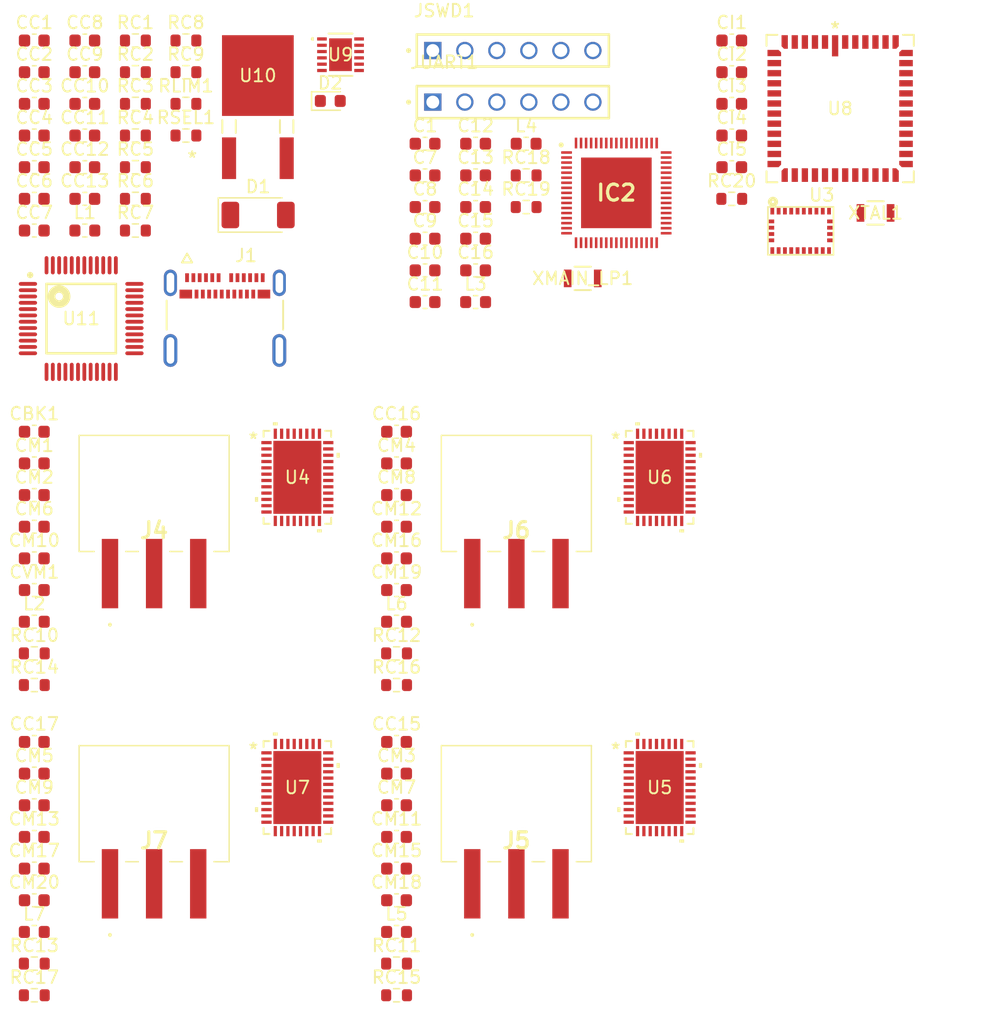
<source format=kicad_pcb>
(kicad_pcb (version 20240108) (generator "pcbnew") (generator_version "8.0")
  (layers (0 "F.Cu" power) (1 "In1.Cu" power) (2 "In2.Cu" power) (31 "B.Cu" power) (34 "B.Paste" user) (35 "F.Paste" user) (36 "B.SilkS" user "B.Silkscreen") (37 "F.SilkS" user "F.Silkscreen") (38 "B.Mask" user) (39 "F.Mask" user) (44 "Edge.Cuts" user))
  (net 0 "")
  (net 1 "+3.3V")
  (net 2 "Net-(IC1-DEC1)")
  (net 3 "Net-(IC1-DEC3)")
  (net 4 "Net-(IC1-VDD_4)")
  (net 5 "Net-(IC1-VDD_5)")
  (net 6 "/mcu/DEC4_6")
  (net 7 "/power/CSINP")
  (net 8 "/power/CSINN")
  (net 9 "Net-(U1-CHGIN)")
  (net 10 "/power/VPVL")
  (net 11 "/power/VAVL")
  (net 12 "/power/SYS")
  (net 13 "/power/BATT")
  (net 14 "/power/BST1")
  (net 15 "Net-(U1-BST1)")
  (net 16 "Net-(U1-BST2)")
  (net 17 "/power/BST2")
  (net 18 "Net-(CC13-Pad2)")
  (net 19 "/power/BATTN")
  (net 20 "Net-(D2-K)")
  (net 21 "Net-(D2-A)")
  (net 22 "Net-(IC1-P0.01{slash}XL2)")
  (net 23 "Net-(IC1-P0.00{slash}XL1)")
  (net 28 "/power/VBUS")
  (net 45 "/motor1/BCK_O")
  (net 46 "Net-(U5-CPL)")
  (net 47 "Net-(U5-CPH)")
  (net 48 "Net-(U6-CPH)")
  (net 49 "Net-(U6-CPL)")
  (net 50 "Net-(U7-CPH)")
  (net 51 "Net-(U7-CPL)")
  (net 52 "Net-(U3-CAP)")
  (net 53 "/sensor/XOUT32")
  (net 54 "/sensor/XIN32")
  (net 55 "Net-(U4-CPH)")
  (net 56 "Net-(U4-CPL)")
  (net 57 "Net-(U1-INOKB)")
  (net 58 "Net-(U10-G)")
  (net 59 "Net-(U1-INLIM)")
  (net 60 "Net-(U1-CNFG)")
  (net 61 "Net-(U4-CP)")
  (net 62 "+12V")
  (net 63 "Net-(U5-CP)")
  (net 64 "Net-(U6-CP)")
  (net 65 "Net-(U7-CP)")
  (net 66 "Net-(U4-DVDD)")
  (net 67 "Net-(U5-DVDD)")
  (net 68 "Net-(U6-DVDD)")
  (net 69 "Net-(U7-DVDD)")
  (net 70 "/motor1/AVDD")
  (net 71 "/motor2/AVDD")
  (net 73 "/motor3/AVDD")
  (net 74 "/motor4/AVDD")
  (net 75 "GNDPWR")
  (net 77 "/motor2/BCK_O")
  (net 79 "/motor3/BCK_O")
  (net 156 "/motor4/BCK_O")
  (net 157 "/mcu/UART_RTS")
  (net 158 "/mcu/SWDIO")
  (net 159 "/mcu/UART_TXD")
  (net 160 "/mcu/UART_CTS")
  (net 161 "Net-(IC1-DCC)")
  (net 162 "/mcu/UART_RXD")
  (net 163 "/mcu/SWDCLK")
  (net 166 "Net-(U4-SW_BK)")
  (net 167 "Net-(L3-Pad1)")
  (net 168 "Net-(U5-SW_BK)")
  (net 169 "Net-(U6-SW_BK)")
  (net 170 "Net-(U7-SW_BK)")
  (net 171 "/motor1/NFAULT")
  (net 172 "/motor2/NFAULT")
  (net 173 "/motor3/NFAULT")
  (net 174 "/motor4/NFAULT")
  (net 175 "/motor1/FG")
  (net 176 "/motor2/FG")
  (net 177 "/motor3/FG")
  (net 178 "/motor4/FG")
  (net 179 "/mcu/SDA")
  (net 180 "/mcu/AVDD")
  (net 181 "/mcu/SCL")
  (net 182 "/mcu/NBOOT_LOAD")
  (net 183 "/mcu/IMU_INT")
  (net 184 "/mcu/IMU_NRST")
  (net 185 "/motor1/DIR")
  (net 186 "/motor1/OUTA")
  (net 187 "/motor1/SPEED")
  (net 188 "/motor1/OUTB")
  (net 189 "/motor1/CURRENT_SENS")
  (net 190 "/motor1/OUTC")
  (net 191 "/motor1/BRAKE")
  (net 192 "/motor2/OUTB")
  (net 193 "/motor2/BRAKE")
  (net 194 "/motor2/OUTA")
  (net 195 "/motor2/OUTC")
  (net 196 "/motor2/CURRENT_SENS")
  (net 197 "/motor2/DIR")
  (net 198 "/motor2/SPEED")
  (net 199 "/motor3/OUTB")
  (net 200 "/motor3/DIR")
  (net 201 "/motor3/OUTA")
  (net 202 "/motor3/SPEED")
  (net 203 "/motor3/OUTC")
  (net 204 "/motor3/CURRENT_SENS")
  (net 205 "/motor3/BRAKE")
  (net 206 "/motor4/DIR")
  (net 207 "/motor4/CURRENT_SENS")
  (net 208 "/motor4/SPEED")
  (net 209 "/motor4/OUTA")
  (net 210 "/motor4/BRAKE")
  (net 211 "/motor4/OUTB")
  (net 212 "/motor4/OUTC")
  (net 256 "/power/VCELL1")
  (net 257 "/power/VCELL2")
  (net 258 "/power/PACK_NEG")
  (net 327 "/DOUT2")
  (net 328 "/DOUT9")
  (net 329 "/DOUT1")
  (net 330 "/DOUT5")
  (net 331 "/DOUT8")
  (net 332 "/DOUT0")
  (net 333 "/DOUT10")
  (net 334 "/DOUT3")
  (net 335 "/DOUT6")
  (net 336 "/DOUT11")
  (net 337 "/DOUT4")
  (net 338 "/DOUT7")
  (footprint "Capacitor_SMD:C_0603_1608Metric" (layer "F.Cu") (at 116.9384 116.665507)
    (property "Reference" "CM13" (at 0 -1.43 0) (layer "F.SilkS"))
    (property "Value" "1u")
    (pad "1" smd roundrect (at -0.775 0) (size 0.9 0.95) (layers "F.Cu" "F.Paste" "F.Mask") (net 74 "/motor4/AVDD"))
    (pad "2" smd roundrect (at 0.775 0) (size 0.9 0.95) (layers "F.Cu" "F.Paste" "F.Mask") (net 1 "+3.3V"))
  )
  (footprint "Capacitor_SMD:C_0603_1608Metric" (layer "F.Cu") (at 145.6784 111.645507)
    (property "Reference" "CM3" (at 0 -1.43 0) (layer "F.SilkS"))
    (property "Value" "1u")
    (pad "1" smd roundrect (at -0.775 0) (size 0.9 0.95) (layers "F.Cu" "F.Paste" "F.Mask") (net 62 "+12V"))
    (pad "2" smd roundrect (at 0.775 0) (size 0.9 0.95) (layers "F.Cu" "F.Paste" "F.Mask") (net 63 "Net-(U5-CP)"))
  )
  (footprint "Resistor_SMD:R_0603_1608Metric" (layer "F.Cu") (at 172.2684 66.085507)
    (property "Reference" "RC20" (at 0 -1.43 0) (layer "F.SilkS"))
    (property "Value" "10k")
    (pad "1" smd roundrect (at -0.825 0) (size 0.8 0.95) (layers "F.Cu" "F.Paste" "F.Mask") (net 1 "+3.3V"))
    (pad "2" smd roundrect (at 0.825 0) (size 0.8 0.95) (layers "F.Cu" "F.Paste" "F.Mask") (net 182 "/mcu/NBOOT_LOAD"))
  )
  (footprint "Capacitor_SMD:C_0603_1608Metric" (layer "F.Cu") (at 116.9384 56.045507)
    (property "Reference" "CC2" (at 0 -1.43 0) (layer "F.SilkS"))
    (property "Value" "0.015u")
    (pad "1" smd roundrect (at -0.775 0) (size 0.9 0.95) (layers "F.Cu" "F.Paste" "F.Mask") (net 1 "+3.3V"))
    (pad "2" smd roundrect (at 0.775 0) (size 0.9 0.95) (layers "F.Cu" "F.Paste" "F.Mask") (net 7 "/power/CSINP"))
  )
  (footprint "Capacitor_SMD:C_0603_1608Metric" (layer "F.Cu") (at 147.9384 74.265507)
    (property "Reference" "C11" (at 0 -1.43 0) (layer "F.SilkS"))
    (property "Value" "12p")
    (pad "1" smd roundrect (at -0.775 0) (size 0.9 0.95) (layers "F.Cu" "F.Paste" "F.Mask") (net 1 "+3.3V"))
    (pad "2" smd roundrect (at 0.775 0) (size 0.9 0.95) (layers "F.Cu" "F.Paste" "F.Mask") (net 22 "Net-(IC1-P0.01{slash}XL2)"))
  )
  (footprint "Resistor_SMD:R_0603_1608Metric" (layer "F.Cu") (at 124.9584 63.575507)
    (property "Reference" "RC5" (at 0 -1.43 0) (layer "F.SilkS"))
    (property "Value" "510")
    (pad "1" smd roundrect (at -0.825 0) (size 0.8 0.95) (layers "F.Cu" "F.Paste" "F.Mask") (net 28 "/power/VBUS"))
    (pad "2" smd roundrect (at 0.825 0) (size 0.8 0.95) (layers "F.Cu" "F.Paste" "F.Mask") (net 21 "Net-(D2-A)"))
  )
  (footprint "Resistor_SMD:R_0603_1608Metric" (layer "F.Cu") (at 116.9384 129.215507)
    (property "Reference" "RC17" (at 0 -1.43 0) (layer "F.SilkS"))
    (property "Value" "5.1k")
    (pad "1" smd roundrect (at -0.825 0) (size 0.8 0.95) (layers "F.Cu" "F.Paste" "F.Mask") (net 74 "/motor4/AVDD"))
    (pad "2" smd roundrect (at 0.825 0) (size 0.8 0.95) (layers "F.Cu" "F.Paste" "F.Mask") (net 178 "/motor4/FG"))
  )
  (footprint "Capacitor_SMD:C_0603_1608Metric" (layer "F.Cu") (at 120.9484 53.535507)
    (property "Reference" "CC8" (at 0 -1.43 0) (layer "F.SilkS"))
    (property "Value" "47u")
    (pad "1" smd roundrect (at -0.775 0) (size 0.9 0.95) (layers "F.Cu" "F.Paste" "F.Mask") (net 1 "+3.3V"))
    (pad "2" smd roundrect (at 0.775 0) (size 0.9 0.95) (layers "F.Cu" "F.Paste" "F.Mask") (net 12 "/power/SYS"))
  )
  (footprint "2213932:22139323" (layer "F.Cu") (at 126.4434 89.440507)
    (property "Reference" "J4" (at 0 2.925 0) (layer "F.SilkS") (effects (font (size 1.27 1.27) (thickness 0.254))))
    (property "Value" "2213932-3" (hide yes))
    (pad "1" smd rect (at -3.5 6.35) (size 1.3 5.5) (layers "F.Cu" "F.Paste" "F.Mask") (net 190 "/motor1/OUTC"))
    (pad "2" smd rect (at 0 6.35) (size 1.3 5.5) (layers "F.Cu" "F.Paste" "F.Mask") (net 188 "/motor1/OUTB"))
    (pad "3" smd rect (at 3.5 6.35) (size 1.3 5.5) (layers "F.Cu" "F.Paste" "F.Mask") (net 186 "/motor1/OUTA"))
  )
  (footprint "Capacitor_SMD:C_0603_1608Metric" (layer "F.Cu") (at 145.6784 84.545507)
    (property "Reference" "CC16" (at 0 -1.43 0) (layer "F.SilkS"))
    (property "Value" "47n")
    (pad "1" smd roundrect (at -0.775 0) (size 0.9 0.95) (layers "F.Cu" "F.Paste" "F.Mask") (net 48 "Net-(U6-CPH)"))
    (pad "2" smd roundrect (at 0.775 0) (size 0.9 0.95) (layers "F.Cu" "F.Paste" "F.Mask") (net 49 "Net-(U6-CPL)"))
  )
  (footprint "2213932:22139323" (layer "F.Cu") (at 155.1834 114.030507)
    (property "Reference" "J5" (at 0 2.925 0) (layer "F.SilkS") (effects (font (size 1.27 1.27) (thickness 0.254))))
    (property "Value" "2213932-3" (hide yes))
    (pad "1" smd rect (at -3.5 6.35) (size 1.3 5.5) (layers "F.Cu" "F.Paste" "F.Mask") (net 195 "/motor2/OUTC"))
    (pad "2" smd rect (at 0 6.35) (size 1.3 5.5) (layers "F.Cu" "F.Paste" "F.Mask") (net 192 "/motor2/OUTB"))
    (pad "3" smd rect (at 3.5 6.35) (size 1.3 5.5) (layers "F.Cu" "F.Paste" "F.Mask") (net 194 "/motor2/OUTA"))
  )
  (footprint "BNO055:LGA28R50P4X10_380X520X100" (layer "F.Cu") (at 177.7369 68.622907)
    (property "Reference" "U3" (at 1.67669 -2.83785 0) (layer "F.SilkS") (effects (font (size 1.001008 1.001008))))
    (property "Value" "BNO055")
    (pad "1" smd rect (at -2.25 -1.5625 180) (size 0.3 0.525) (layers "F.Cu" "F.Paste" "F.Mask"))
    (pad "2" smd rect (at -2.3125 -0.75 270) (size 0.3 0.425) (layers "F.Cu" "F.Paste" "F.Mask") (net 1 "+3.3V"))
    (pad "3" smd rect (at -2.3125 -0.25 270) (size 0.3 0.425) (layers "F.Cu" "F.Paste" "F.Mask") (net 1 "+3.3V"))
    (pad "4" smd rect (at -2.3125 0.25 270) (size 0.3 0.425) (layers "F.Cu" "F.Paste" "F.Mask") (net 182 "/mcu/NBOOT_LOAD"))
    (pad "5" smd rect (at -2.3125 0.75 270) (size 0.3 0.425) (layers "F.Cu" "F.Paste" "F.Mask") (net 1 "+3.3V"))
    (pad "6" smd rect (at -2.25 1.5625 180) (size 0.3 0.525) (layers "F.Cu" "F.Paste" "F.Mask") (net 1 "+3.3V"))
    (pad "7" smd rect (at -1.75 1.5625 180) (size 0.3 0.525) (layers "F.Cu" "F.Paste" "F.Mask"))
    (pad "8" smd rect (at -1.25 1.5625 180) (size 0.3 0.525) (layers "F.Cu" "F.Paste" "F.Mask"))
    (pad "9" smd rect (at -0.75 1.5625 180) (size 0.3 0.525) (layers "F.Cu" "F.Paste" "F.Mask") (net 52 "Net-(U3-CAP)"))
    (pad "10" smd rect (at -0.25 1.5625 180) (size 0.3 0.525) (layers "F.Cu" "F.Paste" "F.Mask"))
    (pad "11" smd rect (at 0.25 1.5625 180) (size 0.3 0.525) (layers "F.Cu" "F.Paste" "F.Mask") (net 184 "/mcu/IMU_NRST"))
    (pad "12" smd rect (at 0.75 1.5625 180) (size 0.3 0.525) (layers "F.Cu" "F.Paste" "F.Mask"))
    (pad "13" smd rect (at 1.25 1.5625 180) (size 0.3 0.525) (layers "F.Cu" "F.Paste" "F.Mask"))
    (pad "14" smd rect (at 1.75 1.5625 180) (size 0.3 0.525) (layers "F.Cu" "F.Paste" "F.Mask") (net 183 "/mcu/IMU_INT"))
    (pad "15" smd rect (at 2.25 1.5625 180) (size 0.3 0.525) (layers "F.Cu" "F.Paste" "F.Mask"))
    (pad "16" smd rect (at 2.3125 0.75 270) (size 0.3 0.425) (layers "F.Cu" "F.Paste" "F.Mask"))
    (pad "17" smd rect (at 2.3125 0.25 270) (size 0.3 0.425) (layers "F.Cu" "F.Paste" "F.Mask") (net 1 "+3.3V"))
    (pad "18" smd rect (at 2.3125 -0.25 270) (size 0.3 0.425) (layers "F.Cu" "F.Paste" "F.Mask") (net 1 "+3.3V"))
    (pad "19" smd rect (at 2.3125 -0.75 270) (size 0.3 0.425) (layers "F.Cu" "F.Paste" "F.Mask") (net 181 "/mcu/SCL"))
    (pad "20" smd rect (at 2.25 -1.5625 180) (size 0.3 0.525) (layers "F.Cu" "F.Paste" "F.Mask") (net 179 "/mcu/SDA"))
    (pad "21" smd rect (at 1.75 -1.5625 180) (size 0.3 0.525) (layers "F.Cu" "F.Paste" "F.Mask"))
    (pad "22" smd rect (at 1.25 -1.5625 180) (size 0.3 0.525) (layers "F.Cu" "F.Paste" "F.Mask"))
    (pad "23" smd rect (at 0.75 -1.5625 180) (size 0.3 0.525) (layers "F.Cu" "F.Paste" "F.Mask"))
    (pad "24" smd rect (at 0.25 -1.5625 180) (size 0.3 0.525) (layers "F.Cu" "F.Paste" "F.Mask"))
    (pad "25" smd rect (at -0.25 -1.5625 180) (size 0.3 0.525) (layers "F.Cu" "F.Paste" "F.Mask") (net 1 "+3.3V"))
    (pad "26" smd rect (at -0.75 -1.5625 180) (size 0.3 0.525) (layers "F.Cu" "F.Paste" "F.Mask") (net 53 "/sensor/XOUT32"))
    (pad "27" smd rect (at -1.25 -1.5625 180) (size 0.3 0.525) (layers "F.Cu" "F.Paste" "F.Mask") (net 54 "/sensor/XIN32"))
    (pad "28" smd rect (at -1.75 -1.5625 180) (size 0.3 0.525) (layers "F.Cu" "F.Paste" "F.Mask") (net 1 "+3.3V"))
  )
  (footprint "MCF8316A:VQFN40_RGF_TEX" (layer "F.Cu") (at 166.5489 88.159307)
    (property "Reference" "U6" (at 0 0 0) (layer "F.SilkS"))
    (property "Value" "MCF8316A1VRGFR")
    (fp_text user "*" (at -3.4925 -3.000756 0) (layer "F.SilkS"))
    (fp_text user "*" (at -3.4925 -3.000756 0) (layer "F.SilkS"))
    (pad "1" smd rect (at -2.4511 -2.750693 90) (size 0.254 0.8128) (layers "F.Cu" "F.Paste" "F.Mask") (net 68 "Net-(U6-DVDD)"))
    (pad "2" smd rect (at -2.4511 -2.250567 90) (size 0.254 0.8128) (layers "F.Cu" "F.Paste" "F.Mask") (net 1 "+3.3V"))
    (pad "3" smd rect (at -2.4511 -1.750441 90) (size 0.254 0.8128) (layers "F.Cu" "F.Paste" "F.Mask") (net 79 "/motor3/BCK_O"))
    (pad "4" smd rect (at -2.4511 -1.250315 90) (size 0.254 0.8128) (layers "F.Cu" "F.Paste" "F.Mask") (net 1 "+3.3V"))
    (pad "5" smd rect (at -2.4511 -0.750189 90) (size 0.254 0.8128) (layers "F.Cu" "F.Paste" "F.Mask") (net 169 "Net-(U6-SW_BK)"))
    (pad "6" smd rect (at -2.4511 -0.250063 90) (size 0.254 0.8128) (layers "F.Cu" "F.Paste" "F.Mask") (net 49 "Net-(U6-CPL)"))
    (pad "7" smd rect (at -2.4511 0.250063 90) (size 0.254 0.8128) (layers "F.Cu" "F.Paste" "F.Mask") (net 48 "Net-(U6-CPH)"))
    (pad "8" smd rect (at -2.4511 0.750189 90) (size 0.254 0.8128) (layers "F.Cu" "F.Paste" "F.Mask") (net 64 "Net-(U6-CP)"))
    (pad "9" smd rect (at -2.4511 1.250315 90) (size 0.254 0.8128) (layers "F.Cu" "F.Paste" "F.Mask") (net 62 "+12V"))
    (pad "10" smd rect (at -2.4511 1.750441 90) (size 0.254 0.8128) (layers "F.Cu" "F.Paste" "F.Mask") (net 62 "+12V"))
    (pad "11" smd rect (at -2.4511 2.250567 90) (size 0.254 0.8128) (layers "F.Cu" "F.Paste" "F.Mask") (net 62 "+12V"))
    (pad "12" smd rect (at -2.4511 2.750693 90) (size 0.254 0.8128) (layers "F.Cu" "F.Paste" "F.Mask") (net 75 "GNDPWR"))
    (pad "13" smd rect (at -1.750441 3.4544) (size 0.254 0.8128) (layers "F.Cu" "F.Paste" "F.Mask") (net 201 "/motor3/OUTA"))
    (pad "14" smd rect (at -1.250315 3.4544) (size 0.254 0.8128) (layers "F.Cu" "F.Paste" "F.Mask") (net 201 "/motor3/OUTA"))
    (pad "15" smd rect (at -0.750189 3.4544) (size 0.254 0.8128) (layers "F.Cu" "F.Paste" "F.Mask") (net 75 "GNDPWR"))
    (pad "16" smd rect (at -0.250063 3.4544) (size 0.254 0.8128) (layers "F.Cu" "F.Paste" "F.Mask") (net 199 "/motor3/OUTB"))
    (pad "17" smd rect (at 0.250063 3.4544) (size 0.254 0.8128) (layers "F.Cu" "F.Paste" "F.Mask") (net 199 "/motor3/OUTB"))
    (pad "18" smd rect (at 0.750189 3.4544) (size 0.254 0.8128) (layers "F.Cu" "F.Paste" "F.Mask") (net 75 "GNDPWR"))
    (pad "19" smd rect (at 1.250315 3.4544) (size 0.254 0.8128) (layers "F.Cu" "F.Paste" "F.Mask") (net 203 "/motor3/OUTC"))
    (pad "20" smd rect (at 1.750441 3.4544) (size 0.254 0.8128) (layers "F.Cu" "F.Paste" "F.Mask") (net 203 "/motor3/OUTC"))
    (pad "21" smd rect (at 2.4511 2.750693 90) (size 0.254 0.8128) (layers "F.Cu" "F.Paste" "F.Mask") (net 1 "+3.3V"))
    (pad "22" smd rect (at 2.4511 2.250567 90) (size 0.254 0.8128) (layers "F.Cu" "F.Paste" "F.Mask"))
    (pad "23" smd rect (at 2.4511 1.750441 90) (size 0.254 0.8128) (layers "F.Cu" "F.Paste" "F.Mask"))
    (pad "24" smd rect (at 2.4511 1.250315 90) (size 0.254 0.8128) (layers "F.Cu" "F.Paste" "F.Mask"))
    (pad "25" smd rect (at 2.4511 0.750189 90) (size 0.254 0.8128) (layers "F.Cu" "F.Paste" "F.Mask"))
    (pad "26" smd rect (at 2.4511 0.250063 90) (size 0.254 0.8128) (layers "F.Cu" "F.Paste" "F.Mask") (net 1 "+3.3V"))
    (pad "27" smd rect (at 2.4511 -0.250063 90) (size 0.254 0.8128) (layers "F.Cu" "F.Paste" "F.Mask") (net 73 "/motor3/AVDD"))
    (pad "28" smd rect (at 2.4511 -0.750189 90) (size 0.254 0.8128) (layers "F.Cu" "F.Paste" "F.Mask") (net 202 "/motor3/SPEED"))
    (pad "29" smd rect (at 2.4511 -1.250315 90) (size 0.254 0.8128) (layers "F.Cu" "F.Paste" "F.Mask") (net 177 "/motor3/FG"))
    (pad "30" smd rect (at 2.4511 -1.750441 90) (size 0.254 0.8128) (layers "F.Cu" "F.Paste" "F.Mask") (net 179 "/mcu/SDA"))
    (pad "31" smd rect (at 2.4511 -2.250567 90) (size 0.254 0.8128) (layers "F.Cu" "F.Paste" "F.Mask") (net 181 "/mcu/SCL"))
    (pad "32" smd rect (at 2.4511 -2.750693 90) (size 0.254 0.8128) (layers "F.Cu" "F.Paste" "F.Mask"))
    (pad "33" smd rect (at 1.750441 -3.4544) (size 0.254 0.8128) (layers "F.Cu" "F.Paste" "F.Mask"))
    (pad "34" smd rect (at 1.250315 -3.4544) (size 0.254 0.8128) (layers "F.Cu" "F.Paste" "F.Mask") (net 200 "/motor3/DIR"))
    (pad "35" smd rect (at 0.750189 -3.4544) (size 0.254 0.8128) (layers "F.Cu" "F.Paste" "F.Mask") (net 205 "/motor3/BRAKE"))
    (pad "36" smd rect (at 0.250063 -3.4544) (size 0.254 0.8128) (layers "F.Cu" "F.Paste" "F.Mask"))
    (pad "37" smd rect (at -0.250063 -3.4544) (size 0.254 0.8128) (layers "F.Cu" "F.Paste" "F.Mask"))
    (pad "38" smd rect (at -0.750189 -3.4544) (size 0.254 0.8128) (layers "F.Cu" "F.Paste" "F.Mask") (net 204 "/motor3/CURRENT_SENS"))
    (pad "39" smd rect (at -1.250315 -3.4544) (size 0.254 0.8128) (layers "F.Cu" "F.Paste" "F.Mask"))
    (pad "40" smd rect (at -1.750441 -3.4544) (size 0.254 0.8128) (layers "F.Cu" "F.Paste" "F.Mask") (net 173 "/motor3/NFAULT"))
    (pad "41" smd rect (at 0 0) (size 3.81 5.7912) (layers "F.Cu" "F.Paste" "F.Mask") (net 1 "+3.3V"))
  )
  (footprint "TSW-106-07-G-S:SAMTEC_TSW-106-07-G-S" (layer "F.Cu") (at 154.9034 58.415507)
    (property "Reference" "JUART1" (at -5.445 -3.155 0) (layer "F.SilkS"))
    (property "Value" "TSW-106-07-G-S")
    (pad "01" thru_hole rect (at -6.35 0) (size 1.37 1.37) (drill 1.02) (layers "*.Cu" "*.Mask") (net 1 "+3.3V"))
    (pad "02" thru_hole circle (at -3.81 0) (size 1.37 1.37) (drill 1.02) (layers "*.Cu" "*.Mask") (net 157 "/mcu/UART_RTS"))
    (pad "03" thru_hole circle (at -1.27 0) (size 1.37 1.37) (drill 1.02) (layers "*.Cu" "*.Mask") (net 159 "/mcu/UART_TXD"))
    (pad "04" thru_hole circle (at 1.27 0) (size 1.37 1.37) (drill 1.02) (layers "*.Cu" "*.Mask") (net 162 "/mcu/UART_RXD"))
    (pad "05" thru_hole circle (at 3.81 0) (size 1.37 1.37) (drill 1.02) (layers "*.Cu" "*.Mask") (net 160 "/mcu/UART_CTS"))
    (pad "06" thru_hole circle (at 6.35 0) (size 1.37 1.37) (drill 1.02) (layers "*.Cu" "*.Mask") (net 1 "+3.3V"))
  )
  (footprint "AR0130:PLCC48_776AL_OSI" (layer "F.Cu") (at 180.8686 58.925707)
    (property "Reference" "U8" (at 0 0 0) (layer "F.SilkS"))
    (property "Value" "AR0130CSSC00SPBA0-DR")
    (fp_poly (pts (xy -5.764998 -4.649999) (xy -4.884998 -4.649999) (xy -4.684999 -4.45) (xy -4.684999 -4.149999) (xy -5.764998 -4.149999)) (fill solid) (layer "F.Cu"))
    (fp_poly (pts (xy -5.764998 4.649999) (xy -4.884998 4.649999) (xy -4.684999 4.45) (xy -4.684999 4.149999) (xy -5.764998 4.149999)) (fill solid) (layer "F.Cu"))
    (fp_poly (pts (xy -4.649999 -5.815001) (xy -4.649999 -4.935) (xy -4.45 -4.735001) (xy -4.149999 -4.735001) (xy -4.149999 -5.815001)) (fill solid) (layer "F.Cu"))
    (fp_poly (pts (xy -4.649999 5.815001) (xy -4.649999 4.935) (xy -4.45 4.735001) (xy -4.149999 4.735001) (xy -4.149999 5.815001)) (fill solid) (layer "F.Cu"))
    (fp_poly (pts (xy 4.649999 -5.815001) (xy 4.649999 -4.935) (xy 4.45 -4.735001) (xy 4.149999 -4.735001) (xy 4.149999 -5.815001)) (fill solid) (layer "F.Cu"))
    (fp_poly (pts (xy 4.649999 5.815001) (xy 4.649999 4.935) (xy 4.45 4.735001) (xy 4.149999 4.735001) (xy 4.149999 5.815001)) (fill solid) (layer "F.Cu"))
    (fp_poly (pts (xy 5.764998 -4.649999) (xy 4.884998 -4.649999) (xy 4.684999 -4.45) (xy 4.684999 -4.149999) (xy 5.764998 -4.149999)) (fill solid) (layer "F.Cu"))
    (fp_poly (pts (xy 5.764998 4.649999) (xy 4.884998 4.649999) (xy 4.684999 4.45) (xy 4.684999 4.149999) (xy 5.764998 4.149999)) (fill solid) (layer "F.Cu"))
    (fp_text user "*" (at -0.4 -6.3124 0) (layer "F.SilkS"))
    (fp_text user "*" (at -0.4 -6.3124 0) (layer "F.SilkS"))
    (pad "1" smd rect (at -0.399999 -4.975001) (size 0.499999 1.680007) (layers "F.Cu" "F.Paste" "F.Mask"))
    (pad "2" smd rect (at -1.2 -5.275001 90) (size 1.08 0.5) (layers "F.Cu" "F.Paste" "F.Mask") (net 1 "+3.3V"))
    (pad "3" smd rect (at -2.000001 -5.275001 90) (size 1.08 0.5) (layers "F.Cu" "F.Paste" "F.Mask"))
    (pad "4" smd rect (at -2.799999 -5.275001 90) (size 1.08 0.5) (layers "F.Cu" "F.Paste" "F.Mask"))
    (pad "5" smd rect (at -3.6 -5.275001 90) (size 1.08 0.5) (layers "F.Cu" "F.Paste" "F.Mask") (net 1 "+3.3V"))
    (pad "6" smd rect (at -4.399999 -5.275001 90) (size 0.127 0.127) (layers "F.Cu" "F.Paste" "F.Mask") (net 1 "+3.3V"))
    (pad "7" smd rect (at -5.224998 -4.399999) (size 0.127 0.127) (layers "F.Cu" "F.Paste" "F.Mask"))
    (pad "8" smd rect (at -5.224998 -3.6) (size 1.08 0.5) (layers "F.Cu" "F.Paste" "F.Mask"))
    (pad "9" smd rect (at -5.224998 -2.799999) (size 1.08 0.5) (layers "F.Cu" "F.Paste" "F.Mask"))
    (pad "10" smd rect (at -5.224998 -2.000001) (size 1.08 0.5) (layers "F.Cu" "F.Paste" "F.Mask"))
    (pad "11" smd rect (at -5.224998 -1.2) (size 1.08 0.5) (layers "F.Cu" "F.Paste" "F.Mask"))
    (pad "12" smd rect (at -5.224998 -0.399999) (size 1.08 0.5) (layers "F.Cu" "F.Paste" "F.Mask"))
    (pad "13" smd rect (at -5.224998 0.399999) (size 1.08 0.5) (layers "F.Cu" "F.Paste" "F.Mask"))
    (pad "14" smd rect (at -5.224998 1.2) (size 1.08 0.5) (layers "F.Cu" "F.Paste" "F.Mask"))
    (pad "15" smd rect (at -5.224998 1.999999) (size 1.08 0.5) (layers "F.Cu" "F.Paste" "F.Mask"))
    (pad "16" smd rect (at -5.224998 2.799999) (size 1.08 0.5) (layers "F.Cu" "F.Paste" "F.Mask"))
    (pad "17" smd rect (at -5.224998 3.6) (size 1.08 0.5) (layers "F.Cu" "F.Paste" "F.Mask") (net 336 "/DOUT11"))
    (pad "18" smd rect (at -5.224998 4.399999) (size 0.127 0.127) (layers "F.Cu" "F.Paste" "F.Mask") (net 333 "/DOUT10"))
    (pad "19" smd rect (at -4.399999 5.275001 90) (size 0.127 0.127) (layers "F.Cu" "F.Paste" "F.Mask") (net 328 "/DOUT9"))
    (pad "20" smd rect (at -3.6 5.275001 90) (size 1.08 0.5) (layers "F.Cu" "F.Paste" "F.Mask") (net 331 "/DOUT8"))
    (pad "21" smd rect (at -2.799999 5.275001 90) (size 1.08 0.5) (layers "F.Cu" "F.Paste" "F.Mask") (net 338 "/DOUT7"))
    (pad "22" smd rect (at -2.000001 5.275001 90) (size 1.08 0.5) (layers "F.Cu" "F.Paste" "F.Mask") (net 335 "/DOUT6"))
    (pad "23" smd rect (at -1.2 5.275001 90) (size 1.08 0.5) (layers "F.Cu" "F.Paste" "F.Mask") (net 330 "/DOUT5"))
    (pad "24" smd rect (at -0.399999 5.275001 90) (size 1.08 0.5) (layers "F.Cu" "F.Paste" "F.Mask") (net 337 "/DOUT4"))
    (pad "25" smd rect (at 0.399999 5.275001 90) (size 1.08 0.5) (layers "F.Cu" "F.Paste" "F.Mask") (net 334 "/DOUT3"))
    (pad "26" smd rect (at 1.2 5.275001 90) (size 1.08 0.5) (layers "F.Cu" "F.Paste" "F.Mask") (net 327 "/DOUT2"))
    (pad "27" smd rect (at 1.999999 5.275001 90) (size 1.08 0.5) (layers "F.Cu" "F.Paste" "F.Mask") (net 329 "/DOUT1"))
    (pad "28" smd rect (at 2.799999 5.275001 90) (size 1.08 0.5) (layers "F.Cu" "F.Paste" "F.Mask") (net 332 "/DOUT0"))
    (pad "29" smd rect (at 3.6 5.275001 90) (size 1.08 0.5) (layers "F.Cu" "F.Paste" "F.Mask"))
    (pad "30" smd rect (at 4.399999 5.275001 90) (size 0.127 0.127) (layers "F.Cu" "F.Paste" "F.Mask"))
    (pad "31" smd rect (at 5.224998 4.399999) (size 0.127 0.127) (layers "F.Cu" "F.Paste" "F.Mask"))
    (pad "32" smd rect (at 5.224998 3.6) (size 1.08 0.5) (layers "F.Cu" "F.Paste" "F.Mask"))
    (pad "33" smd rect (at 5.224998 2.799999) (size 1.08 0.5) (layers "F.Cu" "F.Paste" "F.Mask"))
    (pad "34" smd rect (at 5.224998 2.000001) (size 1.08 0.5) (layers "F.Cu" "F.Paste" "F.Mask"))
    (pad "35" smd rect (at 5.224998 1.2) (size 1.08 0.5) (layers "F.Cu" "F.Paste" "F.Mask"))
    (pad "36" smd rect (at 5.224998 0.399999) (size 1.08 0.5) (layers "F.Cu" "F.Paste" "F.Mask"))
    (pad "37" smd rect (at 5.224998 -0.399999) (size 1.08 0.5) (layers "F.Cu" "F.Paste" "F.Mask"))
    (pad "38" smd rect (at 5.224998 -1.2) (size 1.08 0.5) (layers "F.Cu" "F.Paste" "F.Mask") (net 1 "+3.3V"))
    (pad "39" smd rect (at 5.224998 -1.999999) (size 1.08 0.5) (layers "F.Cu" "F.Paste" "F.Mask") (net 1 "+3.3V"))
    (pad "40" smd rect (at 5.224998 -2.799999) (size 1.08 0.5) (layers "F.Cu" "F.Paste" "F.Mask"))
    (pad "41" smd rect (at 5.224998 -3.6) (size 1.08 0.5) (layers "F.Cu" "F.Paste" "F.Mask"))
    (pad "42" smd rect (at 5.224998 -4.399999) (size 0.127 0.127) (layers "F.Cu" "F.Paste" "F.Mask") (net 1 "+3.3V"))
    (pad "43" smd rect (at 4.399999 -5.275001 90) (size 0.127 0.127) (layers "F.Cu" "F.Paste" "F.Mask") (net 1 "+3.3V"))
    (pad "44" smd rect (at 3.6 -5.275001 90) (size 1.08 0.5) (layers "F.Cu" "F.Paste" "F.Mask"))
    (pad "45" smd rect (at 2.799999 -5.275001 90) (size 1.08 0.5) (layers "F.Cu" "F.Paste" "F.Mask"))
    (pad "46" smd rect (at 2.000001 -5.275001 90) (size 1.08 0.5) (layers "F.Cu" "F.Paste" "F.Mask"))
    (pad "47" smd rect (at 1.2 -5.275001 90) (size 1.08 0.5) (layers "F.Cu" "F.Paste" "F.Mask") (net 1 "+3.3V"))
    (pad "48" smd rect (at 0.399999 -5.275001 90) (size 1.08 0.5) (layers "F.Cu" "F.Paste" "F.Mask") (net 1 "+3.3V"))
  )
  (footprint "Capacitor_SMD:C_0603_1608Metric" (layer "F.Cu") (at 120.9484 63.575507)
    (property "Reference" "CC12" (at 0 -1.43 0) (layer "F.SilkS"))
    (property "Value" "0.22u")
    (pad "1" smd roundrect (at -0.775 0) (size 0.9 0.95) (layers "F.Cu" "F.Paste" "F.Mask") (net 17 "/power/BST2"))
    (pad "2" smd roundrect (at 0.775 0) (size 0.9 0.95) (layers "F.Cu" "F.Paste" "F.Mask") (net 16 "Net-(U1-BST2)"))
  )
  (footprint "Capacitor_SMD:C_0603_1608Metric" (layer "F.Cu") (at 116.9384 87.055507)
    (property "Reference" "CM1" (at 0 -1.43 0) (layer "F.SilkS"))
    (property "Value" "47n")
    (pad "1" smd roundrect (at -0.775 0) (size 0.9 0.95) (layers "F.Cu" "F.Paste" "F.Mask") (net 55 "Net-(U4-CPH)"))
    (pad "2" smd roundrect (at 0.775 0) (size 0.9 0.95) (layers "F.Cu" "F.Paste" "F.Mask") (net 56 "Net-(U4-CPL)"))
  )
  (footprint "Capacitor_SMD:C_0603_1608Metric" (layer "F.Cu") (at 145.6784 92.075507)
    (property "Reference" "CM12" (at 0 -1.43 0) (layer "F.SilkS"))
    (property "Value" "1u")
    (pad "1" smd roundrect (at -0.775 0) (size 0.9 0.95) (layers "F.Cu" "F.Paste" "F.Mask") (net 73 "/motor3/AVDD"))
    (pad "2" smd roundrect (at 0.775 0) (size 0.9 0.95) (layers "F.Cu" "F.Paste" "F.Mask") (net 1 "+3.3V"))
  )
  (footprint "Capacitor_SMD:C_0603_1608Metric" (layer "F.Cu") (at 147.9384 64.225507)
    (property "Reference" "C7" (at 0 -1.43 0) (layer "F.SilkS"))
    (property "Value" "100n")
    (pad "1" smd roundrect (at -0.775 0) (size 0.9 0.95) (layers "F.Cu" "F.Paste" "F.Mask") (net 1 "+3.3V"))
    (pad "2" smd roundrect (at 0.775 0) (size 0.9 0.95) (layers "F.Cu" "F.Paste" "F.Mask") (net 1 "+3.3V"))
  )
  (footprint "ABS07:XTAL_ABS07-32.768KHZ-7-T_ABR" (layer "F.Cu") (at 160.4446 72.390807)
    (property "Reference" "XMAIN_LP1" (at 0 0 0) (layer "F.SilkS"))
    (property "Value" "32KHz")
    (pad "1" smd rect (at -1.1938 0) (size 0.6096 1.397) (layers "F.Cu" "F.Paste" "F.Mask") (net 22 "Net-(IC1-P0.01{slash}XL2)"))
    (pad "2" smd rect (at 1.1938 0) (size 0.6096 1.397) (layers "F.Cu" "F.Paste" "F.Mask") (net 23 "Net-(IC1-P0.00{slash}XL1)"))
  )
  (footprint "Inductor_SMD:L_0603_1608Metric" (layer "F.Cu") (at 155.9584 61.715507)
    (property "Reference" "L4" (at 0 -1.43 0) (layer "F.SilkS"))
    (property "Value" "15n")
    (pad "1" smd roundrect (at -0.7875 0) (size 0.875 0.95) (layers "F.Cu" "F.Paste" "F.Mask") (net 6 "/mcu/DEC4_6"))
    (pad "2" smd roundrect (at 0.7875 0) (size 0.875 0.95) (layers "F.Cu" "F.Paste" "F.Mask") (net 167 "Net-(L3-Pad1)"))
  )
  (footprint "Resistor_SMD:R_0603_1608Metric" (layer "F.Cu") (at 128.9684 58.555507)
    (property "Reference" "RLIM1" (at 0 -1.43 0) (layer "F.SilkS"))
    (property "Value" "69800")
    (pad "1" smd roundrect (at -0.825 0) (size 0.8 0.95) (layers "F.Cu" "F.Paste" "F.Mask") (net 59 "Net-(U1-INLIM)"))
    (pad "2" smd roundrect (at 0.825 0) (size 0.8 0.95) (layers "F.Cu" "F.Paste" "F.Mask") (net 1 "+3.3V"))
  )
  (footprint "Capacitor_SMD:C_0603_1608Metric" (layer "F.Cu") (at 116.9384 84.545507)
    (property "Reference" "CBK1" (at 0 -1.43 0) (layer "F.SilkS"))
    (property "Value" "1u")
    (pad "1" smd roundrect (at -0.775 0) (size 0.9 0.95) (layers "F.Cu" "F.Paste" "F.Mask") (net 1 "+3.3V"))
    (pad "2" smd roundrect (at 0.775 0) (size 0.9 0.95) (layers "F.Cu" "F.Paste" "F.Mask") (net 45 "/motor1/BCK_O"))
  )
  (footprint "Capacitor_SMD:C_0603_1608Metric" (layer "F.Cu") (at 116.9384 68.595507)
    (property "Reference" "CC7" (at 0 -1.43 0) (layer "F.SilkS"))
    (property "Value" "47u")
    (pad "1" smd roundrect (at -0.775 0) (size 0.9 0.95) (layers "F.Cu" "F.Paste" "F.Mask") (net 1 "+3.3V"))
    (pad "2" smd roundrect (at 0.775 0) (size 0.9 0.95) (layers "F.Cu" "F.Paste" "F.Mask") (net 12 "/power/SYS"))
  )
  (footprint "Capacitor_SMD:C_0603_1608Metric" (layer "F.Cu") (at 116.9384 92.075507)
    (property "Reference" "CM6" (at 0 -1.43 0) (layer "F.SilkS"))
    (property "Value" "1u")
    (pad "1" smd roundrect (at -0.775 0) (size 0.9 0.95) (layers "F.Cu" "F.Paste" "F.Mask") (net 1 "+3.3V"))
    (pad "2" smd roundrect (at 0.775 0) (size 0.9 0.95) (layers "F.Cu" "F.Paste" "F.Mask") (net 66 "Net-(U4-DVDD)"))
  )
  (footprint "Capacitor_SMD:C_0603_1608Metric" (layer "F.Cu") (at 172.2684 56.045507)
    (property "Reference" "CI2" (at 0 -1.43 0) (layer "F.SilkS"))
    (property "Value" "100n")
    (pad "1" smd roundrect (at -0.775 0) (size 0.9 0.95) (layers "F.Cu" "F.Paste" "F.Mask") (net 1 "+3.3V"))
    (pad "2" smd roundrect (at 0.775 0) (size 0.9 0.95) (layers "F.Cu" "F.Paste" "F.Mask") (net 1 "+3.3V"))
  )
  (footprint "Resistor_SMD:R_0603_1608Metric" (layer "F.Cu") (at 124.9584 66.085507)
    (property "Reference" "RC6" (at 0 -1.43 0) (layer "F.SilkS"))
    (property "Value" "200k")
    (pad "1" smd roundrect (at -0.825 0) (size 0.8 0.95) (layers "F.Cu" "F.Paste" "F.Mask") (net 57 "Net-(U1-INOKB)"))
    (pad "2" smd roundrect (at 0.825 0) (size 0.8 0.95) (layers "F.Cu" "F.Paste" "F.Mask") (net 10 "/power/VPVL"))
  )
  (footprint "Capacitor_SMD:C_0603_1608Metric" (layer "F.Cu") (at 116.9384 109.135507)
    (property "Reference" "CC17" (at 0 -1.43 0) (layer "F.SilkS"))
    (property "Value" "47n")
    (pad "1" smd roundrect (at -0.775 0) (size 0.9 0.95) (layers "F.Cu" "F.Paste" "F.Mask") (net 50 "Net-(U7-CPH)"))
    (pad "2" smd roundrect (at 0.775 0) (size 0.9 0.95) (layers "F.Cu" "F.Paste" "F.Mask") (net 51 "Net-(U7-CPL)"))
  )
  (footprint "Capacitor_SMD:C_0603_1608Metric" (layer "F.Cu") (at 116.9384 97.095507)
    (property "Reference" "CVM1" (at 0 -1.43 0) (layer "F.SilkS"))
    (property "Value" "0.1u")
    (pad "1" smd roundrect (at -0.775 0) (size 0.9 0.95) (layers "F.Cu" "F.Paste" "F.Mask") (net 75 "GNDPWR"))
    (pad "2" smd roundrect (at 0.775 0) (size 0.9 0.95) (layers "F.Cu" "F.Paste" "F.Mask") (net 62 "+12V"))
  )
  (footprint "Inductor_SMD:L_0603_1608Metric" (layer "F.Cu") (at 145.6784 99.605507)
    (property "Reference" "L6" (at 0 -1.43 0) (layer "F.SilkS"))
    (property "Value" "2.2u")
    (pad "1" smd roundrect (at -0.7875 0) (size 0.875 0.95) (layers "F.Cu" "F.Paste" "F.Mask") (net 79 "/motor3/BCK_O"))
    (pad "2" smd roundrect (at 0.7875 0) (size 0.875 0.95) (layers "F.Cu" "F.Paste" "F.Mask") (net 169 "Net-(U6-SW_BK)"))
  )
  (footprint "Capacitor_SMD:C_0603_1608Metric" (layer "F.Cu") (at 120.9484 61.065507)
    (property "Reference" "CC11" (at 0 -1.43 0) (layer "F.SilkS"))
    (property "Value" "0.22u")
    (pad "1" smd roundrect (at -0.775 0) (size 0.9 0.95) (layers "F.Cu" "F.Paste" "F.Mask") (net 14 "/power/BST1"))
    (pad "2" smd roundrect (at 0.775 0) (size 0.9 0.95) (layers "F.Cu" "F.Paste" "F.Mask") (net 15 "Net-(U1-BST1)"))
  )
  (footprint "MCF8316A:VQFN40_RGF_TEX" (layer "F.Cu") (at 166.5489 112.749307)
    (property "Reference" "U5" (at 0 0 0) (layer "F.SilkS"))
    (property "Value" "MCF8316A1VRGFR")
    (fp_text user "*" (at -3.4925 -3.000756 0) (layer "F.SilkS"))
    (fp_text user "*" (at -3.4925 -3.000756 0) (layer "F.SilkS"))
    (pad "1" smd rect (at -2.4511 -2.750693 90) (size 0.254 0.8128) (layers "F.Cu" "F.Paste" "F.Mask") (net 67 "Net-(U5-DVDD)"))
    (pad "2" smd rect (at -2.4511 -2.250567 90) (size 0.254 0.8128) (layers "F.Cu" "F.Paste" "F.Mask") (net 1 "+3.3V"))
    (pad "3" smd rect (at -2.4511 -1.750441 90) (size 0.254 0.8128) (layers "F.Cu" "F.Paste" "F.Mask") (net 77 "/motor2/BCK_O"))
    (pad "4" smd rect (at -2.4511 -1.250315 90) (size 0.254 0.8128) (layers "F.Cu" "F.Paste" "F.Mask") (net 1 "+3.3V"))
    (pad "5" smd rect (at -2.4511 -0.750189 90) (size 0.254 0.8128) (layers "F.Cu" "F.Paste" "F.Mask") (net 168 "Net-(U5-SW_BK)"))
    (pad "6" smd rect (at -2.4511 -0.250063 90) (size 0.254 0.8128) (layers "F.Cu" "F.Paste" "F.Mask") (net 46 "Net-(U5-CPL)"))
    (pad "7" smd rect (at -2.4511 0.250063 90) (size 0.254 0.8128) (layers "F.Cu" "F.Paste" "F.Mask") (net 47 "Net-(U5-CPH)"))
    (pad "8" smd rect (at -2.4511 0.750189 90) (size 0.254 0.8128) (layers "F.Cu" "F.Paste" "F.Mask") (net 63 "Net-(U5-CP)"))
    (pad "9" smd rect (at -2.4511 1.250315 90) (size 0.254 0.8128) (layers "F.Cu" "F.Paste" "F.Mask") (net 62 "+12V"))
    (pad "10" smd rect (at -2.4511 1.750441 90) (size 0.254 0.8128) (layers "F.Cu" "F.Paste" "F.Mask") (net 62 "+12V"))
    (pad "11" smd rect (at -2.4511 2.250567 90) (size 0.254 0.8128) (layers "F.Cu" "F.Paste" "F.Mask") (net 62 "+12V"))
    (pad "12" smd rect (at -2.4511 2.750693 90) (size 0.254 0.8128) (layers "F.Cu" "F.Paste" "F.Mask") (net 75 "GNDPWR"))
    (pad "13" smd rect (at -1.750441 3.4544) (size 0.254 0.8128) (layers "F.Cu" "F.Paste" "F.Mask") (net 194 "/motor2/OUTA"))
    (pad "14" smd rect (at -1.250315 3.4544) (size 0.254 0.8128) (layers "F.Cu" "F.Paste" "F.Mask") (net 194 "/motor2/OUTA"))
    (pad "15" smd rect (at -0.750189 3.4544) (size 0.254 0.8128) (layers "F.Cu" "F.Paste" "F.Mask") (net 75 "GNDPWR"))
    (pad "16" smd rect (at -0.250063 3.4544) (size 0.254 0.8128) (layers "F.Cu" "F.Paste" "F.Mask") (net 192 "/motor2/OUTB"))
    (pad "17" smd rect (at 0.250063 3.4544) (size 0.254 0.8128) (layers "F.Cu" "F.Paste" "F.Mask") (net 192 "/motor2/OUTB"))
    (pad "18" smd rect (at 0.750189 3.4544) (size 0.254 0.8128) (layers "F.Cu" "F.Paste" "F.Mask") (net 75 "GNDPWR"))
    (pad "19" smd rect (at 1.250315 3.4544) (size 0.254 0.8128) (layers "F.Cu" "F.Paste" "F.Mask") (net 195 "/motor2/OUTC"))
    (pad "20" smd rect (at 1.750441 3.4544) (size 0.254 0.8128) (layers "F.Cu" "F.Paste" "F.Mask") (net 195 "/motor2/OUTC"))
    (pad "21" smd rect (at 2.4511 2.750693 90) (size 0.254 0.8128) (layers "F.Cu" "F.Paste" "F.Mask") (net 1 "+3.3V"))
    (pad "22" smd rect (at 2.4511 2.250567 90) (size 0.254 0.8128) (layers "F.Cu" "F.Paste" "F.Mask"))
    (pad "23" smd rect (at 2.4511 1.750441 90) (size 0.254 0.8128) (layers "F.Cu" "F.Paste" "F.Mask"))
    (pad "24" smd rect (at 2.4511 1.250315 90) (size 0.254 0.8128) (layers "F.Cu" "F.Paste" "F.Mask"))
    (pad "25" smd rect (at 2.4511 0.750189 90) (size 0.254 0.8128) (layers "F.Cu" "F.Paste" "F.Mask"))
    (pad "26" smd rect (at 2.4511 0.250063 90) (size 0.254 0.8128) (layers "F.Cu" "F.Paste" "F.Mask") (net 1 "+3.3V"))
    (pad "27" smd rect (at 2.4511 -0.250063 90) (size 0.254 0.8128) (layers "F.Cu" "F.Paste" "F.Mask") (net 71 "/motor2/AVDD"))
    (pad "28" smd rect (at 2.4511 -0.750189 90) (size 0.254 0.8128) (layers "F.Cu" "F.Paste" "F.Mask") (net 198 "/motor2/SPEED"))
    (pad "29" smd rect (at 2.4511 -1.250315 90) (size 0.254 0.8128) (layers "F.Cu" "F.Paste" "F.Mask") (net 176 "/motor2/FG"))
    (pad "30" smd rect (at 2.4511 -1.750441 90) (size 0.254 0.8128) (layers "F.Cu" "F.Paste" "F.Mask") (net 179 "/mcu/SDA"))
    (pad "31" smd rect (at 2.4511 -2.250567 90) (size 0.254 0.8128) (layers "F.Cu" "F.Paste" "F.Mask") (net 181 "/mcu/SCL"))
    (pad "32" smd rect (at 2.4511 -2.750693 90) (size 0.254 0.8128) (layers "F.Cu" "F.Paste" "F.Mask"))
    (pad "33" smd rect (at 1.750441 -3.4544) (size 0.254 0.8128) (layers "F.Cu" "F.Paste" "F.Mask"))
    (pad "34" smd rect (at 1.250315 -3.4544) (size 0.254 0.8128) (layers "F.Cu" "F.Paste" "F.Mask") (net 197 "/motor2/DIR"))
    (pad "35" smd rect (at 0.750189 -3.4544) (size 0.254 0.8128) (layers "F.Cu" "F.Paste" "F.Mask") (net 193 "/motor2/BRAKE"))
    (pad "36" smd rect (at 0.250063 -3.4544) (size 0.254 0.8128) (layers "F.Cu" "F.Paste" "F.Mask"))
    (pad "37" smd rect (at -0.250063 -3.4544) (size 0.254 0.8128) (layers "F.Cu" "F.Paste" "F.Mask"))
    (pad "38" smd rect (at -0.750189 -3.4544) (size 0.254 0.8128) (layers "F.Cu" "F.Paste" "F.Mask") (net 196 "/motor2/CURRENT_SENS"))
    (pad "39" smd rect (at -1.250315 -3.4544) (size 0.254 0.8128) (layers "F.Cu" "F.Paste" "F.Mask"))
    (pad "40" smd rect (at -1.750441 -3.4544) (size 0.254 0.8128) (layers "F.Cu" "F.Paste" "F.Mask") (net 172 "/motor2/NFAULT"))
    (pad "41" smd rect (at 0 0) (size 3.81 5.7912) (layers "F.Cu" "F.Paste" "F.Mask") (net 1 "+3.3V"))
  )
  (footprint "Capacitor_SMD:C_0603_1608Metric" (layer "F.Cu") (at 116.9384 53.535507)
    (property "Reference" "CC1" (at 0 -1.43 0) (layer "F.SilkS"))
    (property "Value" "0.1u")
    (pad "1" smd roundrect (at -0.775 0) (size 0.9 0.95) (layers "F.Cu" "F.Paste" "F.Mask") (net 7 "/power/CSINP"))
    (pad "2" smd roundrect (at 0.775 0) (size 0.9 0.95) (layers "F.Cu" "F.Paste" "F.Mask") (net 8 "/power/CSINN"))
  )
  (footprint "Resistor_SMD:R_0603_1608Metric" (layer "F.Cu") (at 145.6784 129.215507)
    (property "Reference" "RC15" (at 0 -1.43 0) (layer "F.SilkS"))
    (property "Value" "5.1k")
    (pad "1" smd roundrect (at -0.825 0) (size 0.8 0.95) (layers "F.Cu" "F.Paste" "F.Mask") (net 71 "/motor2/AVDD"))
    (pad "2" smd roundrect (at 0.825 0) (size 0.8 0.95) (layers "F.Cu" "F.Paste" "F.Mask") (net 176 "/motor2/FG"))
  )
  (footprint "Capacitor_SMD:C_0603_1608Metric" (layer "F.Cu") (at 172.2684 63.575507)
    (property "Reference" "CI5" (at 0 -1.43 0) (layer "F.SilkS"))
    (property "Value" "22p")
    (pad "1" smd roundrect (at -0.775 0) (size 0.9 0.95) (layers "F.Cu" "F.Paste" "F.Mask") (net 54 "/sensor/XIN32"))
    (pad "2" smd roundrect (at 0.775 0) (size 0.9 0.95) (layers "F.Cu" "F.Paste" "F.Mask") (net 1 "+3.3V"))
  )
  (footprint "Capacitor_SMD:C_0603_1608Metric" (layer "F.Cu") (at 116.9384 111.645507)
    (property "Reference" "CM5" (at 0 -1.43 0) (layer "F.SilkS"))
    (property "Value" "1u")
    (pad "1" smd roundrect (at -0.775 0) (size 0.9 0.95) (layers "F.Cu" "F.Paste" "F.Mask") (net 62 "+12V"))
    (pad "2" smd roundrect (at 0.775 0) (size 0.9 0.95) (layers "F.Cu" "F.Paste" "F.Mask") (net 65 "Net-(U7-CP)"))
  )
  (footprint "Resistor_SMD:R_0603_1608Metric" (layer "F.Cu") (at 128.9684 56.045507)
    (property "Reference" "RC9" (at 0 -1.43 0) (layer "F.SilkS"))
    (property "Value" "470k")
    (pad "1" smd roundrect (at -0.825 0) (size 0.8 0.95) (layers "F.Cu" "F.Paste" "F.Mask") (net 18 "Net-(CC13-Pad2)"))
    (pad "2" smd roundrect (at 0.825 0) (size 0.8 0.95) (layers "F.Cu" "F.Paste" "F.Mask") (net 19 "/power/BATTN"))
  )
  (footprint "Diode_SMD:D_SOD-128" (layer "F.Cu") (at 134.6934 67.365507)
    (property "Reference" "D1" (at 0 -2.25 0) (layer "F.SilkS"))
    (property "Value" "PMEG4050EP")
    (pad "1" smd roundrect (at -2.2 0) (size 1.4 2.1) (layers "F.Cu" "F.Paste" "F.Mask") (roundrect_rratio 0.1785714286) (net 12 "/power/SYS"))
    (pad "2" smd roundrect (at 2.2 0) (size 1.4 2.1) (layers "F.Cu" "F.Paste" "F.Mask") (roundrect_rratio 0.1785714286) (net 13 "/power/BATT"))
  )
  (footprint "Capacitor_SMD:C_0603_1608Metric" (layer "F.Cu") (at 147.9384 61.715507)
    (property "Reference" "C1" (at 0 -1.43 0) (layer "F.SilkS"))
    (property "Value" "100p")
    (pad "1" smd roundrect (at -0.775 0) (size 0.9 0.95) (layers "F.Cu" "F.Paste" "F.Mask") (net 3 "Net-(IC1-DEC3)"))
    (pad "2" smd roundrect (at 0.775 0) (size 0.9 0.95) (layers "F.Cu" "F.Paste" "F.Mask") (net 1 "+3.3V"))
  )
  (footprint "Resistor_SMD:R_0603_1608Metric" (layer "F.Cu") (at 116.9384 102.115507)
    (property "Reference" "RC10" (at 0 -1.43 0) (layer "F.SilkS"))
    (property "Value" "5.1k")
    (pad "1" smd roundrect (at -0.825 0) (size 0.8 0.95) (layers "F.Cu" "F.Paste" "F.Mask") (net 70 "/motor1/AVDD"))
    (pad "2" smd roundrect (at 0.825 0) (size 0.8 0.95) (layers "F.Cu" "F.Paste" "F.Mask") (net 171 "/motor1/NFAULT"))
  )
  (footprint "Capacitor_SMD:C_0603_1608Metric" (layer "F.Cu") (at 145.6784 119.175507)
    (property "Reference" "CM15" (at 0 -1.43 0) (layer "F.SilkS"))
    (property "Value" "0.1u")
    (pad "1" smd roundrect (at -0.775 0) (size 0.9 0.95) (layers "F.Cu" "F.Paste" "F.Mask") (net 75 "GNDPWR"))
    (pad "2" smd roundrect (at 0.775 0) (size 0.9 0.95) (layers "F.Cu" "F.Paste" "F.Mask") (net 62 "+12V"))
  )
  (footprint "Resistor_SMD:R_0603_1608Metric" (layer "F.Cu") (at 128.9684 61.065507)
    (property "Reference" "RSEL1" (at 0 -1.43 0) (layer "F.SilkS"))
    (property "Value" "8660")
    (pad "1" smd roundrect (at -0.825 0) (size 0.8 0.95) (layers "F.Cu" "F.Paste" "F.Mask") (net 60 "Net-(U1-CNFG)"))
    (pad "2" smd roundrect (at 0.825 0) (size 0.8 0.95) (layers "F.Cu" "F.Paste" "F.Mask") (net 1 "+3.3V"))
  )
  (footprint "Resistor_SMD:R_0603_1608Metric" (layer "F.Cu") (at 124.9584 53.535507)
    (property "Reference" "RC1" (at 0 -1.43 0) (layer "F.SilkS"))
    (property "Value" "10m")
    (pad "1" smd roundrect (at -0.825 0) (size 0.8 0.95) (layers "F.Cu" "F.Paste" "F.Mask") (net 28 "/power/VBUS"))
    (pad "2" smd roundrect (at 0.825 0) (size 0.8 0.95) (layers "F.Cu" "F.Paste" "F.Mask") (net 9 "Net-(U1-CHGIN)"))
  )
  (footprint "Capacitor_SMD:C_0603_1608Metric" (layer "F.Cu") (at 151.9484 64.225507)
    (property "Reference" "C13" (at 0 -1.43 0) (layer "F.SilkS"))
    (property "Value" "1u")
    (pad "1" smd roundrect (at -0.775 0) (size 0.9 0.95) (layers "F.Cu" "F.Paste" "F.Mask") (net 5 "Net-(IC1-VDD_5)"))
    (pad "2" smd roundrect (at 0.775 0) (size 0.9 0.95) (layers "F.Cu" "F.Paste" "F.Mask") (net 1 "+3.3V"))
  )
  (footprint "Resistor_SMD:R_0603_1608Metric" (layer "F.Cu") (at 116.9384 104.625507)
    (property "Reference" "RC14" (at 0 -1.43 0) (layer "F.SilkS"))
    (property "Value" "5.1k")
    (pad "1" smd roundrect (at -0.825 0) (size 0.8 0.95) (layers "F.Cu" "F.Paste" "F.Mask") (net 70 "/motor1/AVDD"))
    (pad "2" smd roundrect (at 0.825 0) (size 0.8 0.95) (layers "F.Cu" "F.Paste" "F.Mask") (net 175 "/motor1/FG"))
  )
  (footprint "Capacitor_SMD:C_0603_1608Metric" (layer "F.Cu") (at 147.9384 69.245507)
    (property "Reference" "C9" (at 0 -1.43 0) (layer "F.SilkS"))
    (property "Value" "100n")
    (pad "1" smd roundrect (at -0.775 0) (size 0.9 0.95) (layers "F.Cu" "F.Paste" "F.Mask") (net 1 "+3.3V"))
    (pad "2" smd roundrect (at 0.775 0) (size 0.9 0.95) (layers "F.Cu" "F.Paste" "F.Mask") (net 1 "+3.3V"))
  )
  (footprint "Resistor_SMD:R_0603_1608Metric" (layer "F.Cu") (at 145.6784 126.705507)
    (property "Reference" "RC11" (at 0 -1.43 0) (layer "F.SilkS"))
    (property "Value" "5.1k")
    (pad "1" smd roundrect (at -0.825 0) (size 0.8 0.95) (layers "F.Cu" "F.Paste" "F.Mask") (net 71 "/motor2/AVDD"))
    (pad "2" smd roundrect (at 0.825 0) (size 0.8 0.95) (layers "F.Cu" "F.Paste" "F.Mask") (net 172 "/motor2/NFAULT"))
  )
  (footprint "MCF8316A:VQFN40_RGF_TEX" (layer "F.Cu") (at 137.8089 112.749307)
    (property "Reference" "U7" (at 0 0 0) (layer "F.SilkS"))
    (property "Value" "MCF8316A1VRGFR")
    (fp_text user "*" (at -3.4925 -3.000756 0) (layer "F.SilkS"))
    (fp_text user "*" (at -3.4925 -3.000756 0) (layer "F.SilkS"))
    (pad "1" smd rect (at -2.4511 -2.750693 90) (size 0.254 0.8128) (layers "F.Cu" "F.Paste" "F.Mask") (net 69 "Net-(U7-DVDD)"))
    (pad "2" smd rect (at -2.4511 -2.250567 90) (size 0.254 0.8128) (layers "F.Cu" "F.Paste" "F.Mask") (net 1 "+3.3V"))
    (pad "3" smd rect (at -2.4511 -1.750441 90) (size 0.254 0.8128) (layers "F.Cu" "F.Paste" "F.Mask") (net 156 "/motor4/BCK_O"))
    (pad "4" smd rect (at -2.4511 -1.250315 90) (size 0.254 0.8128) (layers "F.Cu" "F.Paste" "F.Mask") (net 1 "+3.3V"))
    (pad "5" smd rect (at -2.4511 -0.750189 90) (size 0.254 0.8128) (layers "F.Cu" "F.Paste" "F.Mask") (net 170 "Net-(U7-SW_BK)"))
    (pad "6" smd rect (at -2.4511 -0.250063 90) (size 0.254 0.8128) (layers "F.Cu" "F.Paste" "F.Mask") (net 51 "Net-(U7-CPL)"))
    (pad "7" smd rect (at -2.4511 0.250063 90) (size 0.254 0.8128) (layers "F.Cu" "F.Paste" "F.Mask") (net 50 "Net-(U7-CPH)"))
    (pad "8" smd rect (at -2.4511 0.750189 90) (size 0.254 0.8128) (layers "F.Cu" "F.Paste" "F.Mask") (net 65 "Net-(U7-CP)"))
    (pad "9" smd rect (at -2.4511 1.250315 90) (size 0.254 0.8128) (layers "F.Cu" "F.Paste" "F.Mask") (net 62 "+12V"))
    (pad "10" smd rect (at -2.4511 1.750441 90) (size 0.254 0.8128) (layers "F.Cu" "F.Paste" "F.Mask") (net 62 "+12V"))
    (pad "11" smd rect (at -2.4511 2.250567 90) (size 0.254 0.8128) (layers "F.Cu" "F.Paste" "F.Mask") (net 62 "+12V"))
    (pad "12" smd rect (at -2.4511 2.750693 90) (size 0.254 0.8128) (layers "F.Cu" "F.Paste" "F.Mask") (net 75 "GNDPWR"))
    (pad "13" smd rect (at -1.750441 3.4544) (size 0.254 0.8128) (layers "F.Cu" "F.Paste" "F.Mask") (net 209 "/motor4/OUTA"))
    (pad "14" smd rect (at -1.250315 3.4544) (size 0.254 0.8128) (layers "F.Cu" "F.Paste" "F.Mask") (net 209 "/motor4/OUTA"))
    (pad "15" smd rect (at -0.750189 3.4544) (size 0.254 0.8128) (layers "F.Cu" "F.Paste" "F.Mask") (net 75 "GNDPWR"))
    (pad "16" smd rect (at -0.250063 3.4544) (size 0.254 0.8128) (layers "F.Cu" "F.Paste" "F.Mask") (net 211 "/motor4/OUTB"))
    (pad "17" smd rect (at 0.250063 3.4544) (size 0.254 0.8128) (layers "F.Cu" "F.Paste" "F.Mask") (net 211 "/motor4/OUTB"))
    (pad "18" smd rect (at 0.750189 3.4544) (size 0.254 0.8128) (layers "F.Cu" "F.Paste" "F.Mask") (net 75 "GNDPWR"))
    (pad "19" smd rect (at 1.250315 3.4544) (size 0.254 0.8128) (layers "F.Cu" "F.Paste" "F.Mask") (net 212 "/motor4/OUTC"))
    (pad "20" smd rect (at 1.750441 3.4544) (size 0.254 0.8128) (layers "F.Cu" "F.Paste" "F.Mask") (net 212 "/motor4/OUTC"))
    (pad "21" smd rect (at 2.4511 2.750693 90) (size 0.254 0.8128) (layers "F.Cu" "F.Paste" "F.Mask") (net 1 "+3.3V"))
    (pad "22" smd rect (at 2.4511 2.250567 90) (size 0.254 0.8128) (layers "F.Cu" "F.Paste" "F.Mask"))
    (pad "23" smd rect (at 2.4511 1.750441 90) (size 0.254 0.8128) (layers "F.Cu" "F.Paste" "F.Mask"))
    (pad "24" smd rect (at 2.4511 1.250315 90) (size 0.254 0.8128) (layers "F.Cu" "F.Paste" "F.Mask"))
    (pad "25" smd rect (at 2.4511 0.750189 90) (size 0.254 0.8128) (layers "F.Cu" "F.Paste" "F.Mask"))
    (pad "26" smd rect (at 2.4511 0.250063 90) (size 0.254 0.8128) (layers "F.Cu" "F.Paste" "F.Mask") (net 1 "+3.3V"))
    (pad "27" smd rect (at 2.4511 -0.250063 90) (size 0.254 0.8128) (layers "F.Cu" "F.Paste" "F.Mask") (net 74 "/motor4/AVDD"))
    (pad "28" smd rect (at 2.4511 -0.750189 90) (size 0.254 0.8128) (layers "F.Cu" "F.Paste" "F.Mask") (net 208 "/motor4/SPEED"))
    (pad "29" smd rect (at 2.4511 -1.250315 90) (size 0.254 0.8128) (layers "F.Cu" "F.Paste" "F.Mask") (net 178 "/motor4/FG"))
    (pad "30" smd rect (at 2.4511 -1.750441 90) (size 0.254 0.8128) (layers "F.Cu" "F.Paste" "F.Mask") (net 179 "/mcu/SDA"))
    (pad "31" smd rect (at 2.4511 -2.250567 90) (size 0.254 0.8128) (layers "F.Cu" "F.Paste" "F.Mask") (net 181 "/mcu/SCL"))
    (pad "32" smd rect (at 2.4511 -2.750693 90) (size 0.254 0.8128) (layers "F.Cu" "F.Paste" "F.Mask"))
    (pad "33" smd rect (at 1.750441 -3.4544) (size 0.254 0.8128) (layers "F.Cu" "F.Paste" "F.Mask"))
    (pad "34" smd rect (at 1.250315 -3.4544) (size 0.254 0.8128) (layers "F.Cu" "F.Paste" "F.Mask") (net 206 "/motor4/DIR"))
    (pad "35" smd rect (at 0.750189 -3.4544) (size 0.254 0.8128) (layers "F.Cu" "F.Paste" "F.Mask") (net 210 "/motor4/BRAKE"))
    (pad "36" smd rect (at 0.250063 -3.4544) (size 0.254 0.8128) (layers "F.Cu" "F.Paste" "F.Mask"))
    (pad "37" smd rect (at -0.250063 -3.4544) (size 0.254 0.8128) (layers "F.Cu" "F.Paste" "F.Mask"))
    (pad "38" smd rect (at -0.750189 -3.4544) (size 0.254 0.8128) (layers "F.Cu" "F.Paste" "F.Mask") (net 207 "/motor4/CURRENT_SENS"))
    (pad "39" smd rect (at -1.250315 -3.4544) (size 0.254 0.8128) (layers "F.Cu" "F.Paste" "F.Mask"))
    (pad "40" smd rect (at -1.750441 -3.4544) (size 0.254 0.8128) (layers "F.Cu" "F.Paste" "F.Mask") (net 174 "/motor4/NFAULT"))
    (pad "41" smd rect (at 0 0) (size 3.81 5.7912) (layers "F.Cu" "F.Paste" "F.Mask") (net 1 "+3.3V"))
  )
  (footprint "Resistor_SMD:R_0603_1608Metric" (layer "F.Cu") (at 145.6784 102.115507)
    (property "Reference" "RC12" (at 0 -1.43 0) (layer "F.SilkS"))
    (property "Value" "5.1k")
    (pad "1" smd roundrect (at -0.825 0) (size 0.8 0.95) (layers "F.Cu" "F.Paste" "F.Mask") (net 73 "/motor3/AVDD"))
    (pad "2" smd roundrect (at 0.825 0) (size 0.8 0.95) (layers "F.Cu" "F.Paste" "F.Mask") (net 173 "/motor3/NFAULT"))
  )
  (footprint "Inductor_SMD:L_0603_1608Metric" (layer "F.Cu") (at 145.6784 124.195507)
    (property "Reference" "L5" (at 0 -1.43 0) (layer "F.SilkS"))
    (property "Value" "2.2u")
    (pad "1" smd roundrect (at -0.7875 0) (size 0.875 0.95) (layers "F.Cu" "F.Paste" "F.Mask") (net 77 "/motor2/BCK_O"))
    (pad "2" smd roundrect (at 0.7875 0) (size 0.875 0.95) (layers "F.Cu" "F.Paste" "F.Mask") (net 168 "Net-(U5-SW_BK)"))
  )
  (footprint "ABS07:XTAL_ABS07-32.768KHZ-7-T_ABR" (layer "F.Cu") (at 183.6746 67.200807)
    (property "Reference" "XTAL1" (at 0 0 0) (layer "F.SilkS"))
    (property "Value" "ABS07-32.768KHZ-7-T")
    (pad "1" smd rect (at -1.1938 0) (size 0.6096 1.397) (layers "F.Cu" "F.Paste" "F.Mask") (net 53 "/sensor/XOUT32"))
    (pad "2" smd rect (at 1.1938 0) (size 0.6096 1.397) (layers "F.Cu" "F.Paste" "F.Mask") (net 54 "/sensor/XIN32"))
  )
  (footprint "Capacitor_SMD:C_0603_1608Metric" (layer "F.Cu") (at 145.6784 114.155507)
    (property "Reference" "CM7" (at 0 -1.43 0) (layer "F.SilkS"))
    (property "Value" "1u")
    (pad "1" smd roundrect (at -0.775 0) (size 0.9 0.95) (layers "F.Cu" "F.Paste" "F.Mask") (net 1 "+3.3V"))
    (pad "2" smd roundrect (at 0.775 0) (size 0.9 0.95) (layers "F.Cu" "F.Paste" "F.Mask") (net 67 "Net-(U5-DVDD)"))
  )
  (footprint "Resistor_SMD:R_0603_1608Metric" (layer "F.Cu") (at 145.6784 104.625507)
    (property "Reference" "RC16" (at 0 -1.43 0) (layer "F.SilkS"))
    (property "Value" "5.1k")
    (pad "1" smd roundrect (at -0.825 0) (size 0.8 0.95) (layers "F.Cu" "F.Paste" "F.Mask") (net 73 "/motor3/AVDD"))
    (pad "2" smd roundrect (at 0.825 0) (size 0.8 0.95) (layers "F.Cu" "F.Paste" "F.Mask") (net 177 "/motor3/FG"))
  )
  (footprint "Resistor_SMD:R_0603_1608Metric" (layer "F.Cu") (at 124.9584 58.555507)
    (property "Reference" "RC3" (at 0 -1.43 0) (layer "F.SilkS"))
    (property "Value" "10m")
    (pad "1" smd roundrect (at -0.825 0) (size 0.8 0.95) (layers "F.Cu" "F.Paste" "F.Mask") (net 9 "Net-(U1-CHGIN)"))
    (pad "2" smd roundrect (at 0.825 0) (size 0.8 0.95) (layers "F.Cu" "F.Paste" "F.Mask") (net 8 "/power/CSINN"))
  )
  (footprint "MCF8316A:VQFN40_RGF_TEX" (layer "F.Cu") (at 137.8089 88.159307)
    (property "Reference" "U4" (at 0 0 0) (layer "F.SilkS"))
    (property "Value" "MCF8316A1VRGFR")
    (fp_text user "*" (at -3.4925 -3.000756 0) (layer "F.SilkS"))
    (fp_text user "*" (at -3.4925 -3.000756 0) (layer "F.SilkS"))
    (pad "1" smd rect (at -2.4511 -2.750693 90) (size 0.254 0.8128) (layers "F.Cu" "F.Paste" "F.Mask") (net 66 "Net-(U4-DVDD)"))
    (pad "2" smd rect (at -2.4511 -2.250567 90) (size 0.254 0.8128) (layers "F.Cu" "F.Paste" "F.Mask") (net 1 "+3.3V"))
    (pad "3" smd rect (at -2.4511 -1.750441 90) (size 0.254 0.8128) (layers "F.Cu" "F.Paste" "F.Mask") (net 45 "/motor1/BCK_O"))
    (pad "4" smd rect (at -2.4511 -1.250315 90) (size 0.254 0.8128) (layers "F.Cu" "F.Paste" "F.Mask") (net 1 "+3.3V"))
    (pad "5" smd rect (at -2.4511 -0.750189 90) (size 0.254 0.8128) (layers "F.Cu" "F.Paste" "F.Mask") (net 166 "Net-(U4-SW_BK)"))
    (pad "6" smd rect (at -2.4511 -0.250063 90) (size 0.254 0.8128) (layers "F.Cu" "F.Paste" "F.Mask") (net 56 "Net-(U4-CPL)"))
    (pad "7" smd rect (at -2.4511 0.250063 90) (size 0.254 0.8128) (layers "F.Cu" "F.Paste" "F.Mask") (net 55 "Net-(U4-CPH)"))
    (pad "8" smd rect (at -2.4511 0.750189 90) (size 0.254 0.8128) (layers "F.Cu" "F.Paste" "F.Mask") (net 61 "Net-(U4-CP)"))
    (pad "9" smd rect (at -2.4511 1.250315 90) (size 0.254 0.8128) (layers "F.Cu" "F.Paste" "F.Mask") (net 62 "+12V"))
    (pad "10" smd rect (at -2.4511 1.750441 90) (size 0.254 0.8128) (layers "F.Cu" "F.Paste" "F.Mask") (net 62 "+12V"))
    (pad "11" smd rect (at -2.4511 2.250567 90) (size 0.254 0.8128) (layers "F.Cu" "F.Paste" "F.Mask") (net 62 "+12V"))
    (pad "12" smd rect (at -2.4511 2.750693 90) (size 0.254 0.8128) (layers "F.Cu" "F.Paste" "F.Mask") (net 75 "GNDPWR"))
    (pad "13" smd rect (at -1.750441 3.4544) (size 0.254 0.8128) (layers "F.Cu" "F.Paste" "F.Mask") (net 186 "/motor1/OUTA"))
    (pad "14" smd rect (at -1.250315 3.4544) (size 0.254 0.8128) (layers "F.Cu" "F.Paste" "F.Mask") (net 186 "/motor1/OUTA"))
    (pad "15" smd rect (at -0.750189 3.4544) (size 0.254 0.8128) (layers "F.Cu" "F.Paste" "F.Mask") (net 75 "GNDPWR"))
    (pad "16" smd rect (at -0.250063 3.4544) (size 0.254 0.8128) (layers "F.Cu" "F.Paste" "F.Mask") (net 188 "/motor1/OUTB"))
    (pad "17" smd rect (at 0.250063 3.4544) (size 0.254 0.8128) (layers "F.Cu" "F.Paste" "F.Mask") (net 188 "/motor1/OUTB"))
    (pad "18" smd rect (at 0.750189 3.4544) (size 0.254 0.8128) (layers "F.Cu" "F.Paste" "F.Mask") (net 75 "GNDPWR"))
    (pad "19" smd rect (at 1.250315 3.4544) (size 0.254 0.8128) (layers "F.Cu" "F.Paste" "F.Mask") (net 190 "/motor1/OUTC"))
    (pad "20" smd rect (at 1.750441 3.4544) (size 0.254 0.8128) (layers "F.Cu" "F.Paste" "F.Mask") (net 190 "/motor1/OUTC"))
    (pad "21" smd rect (at 2.4511 2.750693 90) (size 0.254 0.8128) (layers "F.Cu" "F.Paste" "F.Mask") (net 1 "+3.3V"))
    (pad "22" smd rect (at 2.4511 2.250567 90) (size 0.254 0.8128) (layers "F.Cu" "F.Paste" "F.Mask"))
    (pad "23" smd rect (at 2.4511 1.750441 90) (size 0.254 0.8128) (layers "F.Cu" "F.Paste" "F.Mask"))
    (pad "24" smd rect (at 2.4511 1.250315 90) (size 0.254 0.8128) (layers "F.Cu" "F.Paste" "F.Mask"))
    (pad "25" smd rect (at 2.4511 0.750189 90) (size 0.254 0.8128) (layers "F.Cu" "F.Paste" "F.Mask"))
    (pad "26" smd rect (at 2.4511 0.250063 90) (size 0.254 0.8128) (layers "F.Cu" "F.Paste" "F.Mask") (net 1 "+3.3V"))
    (pad "27" smd rect (at 2.4511 -0.250063 90) (size 0.254 0.8128) (layers "F.Cu" "F.Paste" "F.Mask") (net 70 "/motor1/AVDD"))
    (pad "28" smd rect (at 2.4511 -0.750189 90) (size 0.254 0.8128) (layers "F.Cu" "F.Paste" "F.Mask") (net 187 "/motor1/SPEED"))
    (pad "29" smd rect (at 2.4511 -1.250315 90) (size 0.254 0.8128) (layers "F.Cu" "F.Paste" "F.Mask") (net 175 "/motor1/FG"))
    (pad "30" smd rect (at 2.4511 -1.750441 90) (size 0.254 0.8128) (layers "F.Cu" "F.Paste" "F.Mask") (net 179 "/mcu/SDA"))
    (pad "31" smd rect (at 2.4511 -2.250567 90) (size 0.254 0.8128) (layers "F.Cu" "F.Paste" "F.Mask") (net 181 "/mcu/SCL"))
    (pad "32" smd rect (at 2.4511 -2.750693 90) (size 0.254 0.8128) (layers "F.Cu" "F.Paste" "F.Mask"))
    (pad "33" smd rect (at 1.750441 -3.4544) (size 0.254 0.8128) (layers "F.Cu" "F.Paste" "F.Mask"))
    (pad "34" smd rect (at 1.250315 -3.4544) (size 0.254 0.8128) (layers "F.Cu" "F.Paste" "F.Mask") (net 185 "/motor1/DIR"))
    (pad "35" smd rect (at 0.750189 -3.4544) (size 0.254 0.8128) (layers "F.Cu" "F.Paste" "F.Mask") (net 191 "/motor1/BRAKE"))
    (pad "36" smd rect (at 0.250063 -3.4544) (size 0.254 0.8128) (layers "F.Cu" "F.Paste" "F.Mask"))
    (pad "37" smd rect (at -0.250063 -3.4544) (size 0.254 0.8128) (layers "F.Cu" "F.Paste" "F.Mask"))
    (pad "38" smd rect (at -0.750189 -3.4544) (size 0.254 0.8128) (layers "F.Cu" "F.Paste" "F.Mask") (net 189 "/motor1/CURRENT_SENS"))
    (pad "39" smd rect (at -1.250315 -3.4544) (size 0.254 0.8128) (layers "F.Cu" "F.Paste" "F.Mask"))
    (pad "40" smd rect (at -1.750441 -3.4544) (size 0.254 0.8128) (layers "F.Cu" "F.Paste" "F.Mask") (net 171 "/motor1/NFAULT"))
    (pad "41" smd rect (at 0 0) (size 3.81 5.7912) (layers "F.Cu" "F.Paste" "F.Mask") (net 1 "+3.3V"))
  )
  (footprint "Resistor_SMD:R_0603_1608Metric" (layer "F.Cu") (at 155.9584 66.735507)
    (property "Reference" "RC19" (at 0 -1.43 0) (layer "F.SilkS"))
    (property "Value" "5.1k")
    (pad "1" smd roundrect (at -0.825 0) (size 0.8 0.95) (layers "F.Cu" "F.Paste" "F.Mask") (net 180 "/mcu/AVDD"))
    (pad "2" smd roundrect (at 0.825 0) (size 0.8 0.95) (layers "F.Cu" "F.Paste" "F.Mask") (net 181 "/mcu/SCL"))
  )
  (footprint "Capacitor_SMD:C_0603_1608Metric" (layer "F.Cu") (at 116.9384 94.585507)
    (property "Reference" "CM10" (at 0 -1.43 0) (layer "F.SilkS"))
    (property "Value" "1u")
    (pad "1" smd roundrect (at -0.775 0) (size 0.9 0.95) (layers "F.Cu" "F.Paste" "F.Mask") (net 70 "/motor1/AVDD"))
    (pad "2" smd roundrect (at 0.775 0) (size 0.9 0.95) (layers "F.Cu" "F.Paste" "F.Mask") (net 1 "+3.3V"))
  )
  (footprint "Resistor_SMD:R_0603_1608Metric" (layer "F.Cu") (at 124.9584 56.045507)
    (property "Reference" "RC2" (at 0 -1.43 0) (layer "F.SilkS"))
    (property "Value" "10m")
    (pad "1" smd roundrect (at -0.825 0) (size 0.8 0.95) (layers "F.Cu" "F.Paste" "F.Mask") (net 7 "/power/CSINP"))
    (pad "2" smd roundrect (at 0.825 0) (size 0.8 0.95) (layers "F.Cu" "F.Paste" "F.Mask") (net 28 "/power/VBUS"))
  )
  (footprint "Capacitor_SMD:C_0603_1608Metric" (layer "F.Cu") (at 116.9384 89.565507)
    (property "Reference" "CM2" (at 0 -1.43 0) (layer "F.SilkS"))
    (property "Value" "1u")
    (pad "1" smd roundrect (at -0.775 0) (size 0.9 0.95) (layers "F.Cu" "F.Paste" "F.Mask") (net 62 "+12V"))
    (pad "2" smd roundrect (at 0.775 0) (size 0.9 0.95) (layers "F.Cu" "F.Paste" "F.Mask") (net 61 "Net-(U4-CP)"))
  )
  (footprint "Capacitor_SMD:C_0603_1608Metric" (layer "F.Cu") (at 172.2684 61.065507)
    (property "Reference" "CI4" (at 0 -1.43 0) (layer "F.SilkS"))
    (property "Value" "22p")
    (pad "1" smd roundrect (at -0.775 0) (size 0.9 0.95) (layers "F.Cu" "F.Paste" "F.Mask") (net 53 "/sensor/XOUT32"))
    (pad "2" smd roundrect (at 0.775 0) (size 0.9 0.95) (layers "F.Cu" "F.Paste" "F.Mask") (net 1 "+3.3V"))
  )
  (footprint "Capacitor_SMD:C_0603_1608Metric" (layer "F.Cu") (at 116.9384 66.085507)
    (property "Reference" "CC6" (at 0 -1.43 0) (layer "F.SilkS"))
    (property "Value" "4.7u")
    (pad "1" smd roundrect (at -0.775 0) (size 0.9 0.95) (layers "F.Cu" "F.Paste" "F.Mask") (net 1 "+3.3V"))
    (pad "2" smd roundrect (at 0.775 0) (size 0.9 0.95) (layers "F.Cu" "F.Paste" "F.Mask") (net 11 "/power/VAVL"))
  )
  (footprint "Resistor_SMD:R_0603_1608Metric" (layer "F.Cu") (at 116.9384 126.705507)
    (property "Reference" "RC13" (at 0 -1.43 0) (layer "F.SilkS"))
    (property "Value" "5.1k")
    (pad "1" smd roundrect (at -0.825 0) (size 0.8 0.95) (layers "F.Cu" "F.Paste" "F.Mask") (net 74 "/motor4/AVDD"))
    (pad "2" smd roundrect (at 0.825 0) (size 0.8 0.95) (layers "F.Cu" "F.Paste" "F.Mask") (net 174 "/motor4/NFAULT"))
  )
  (footprint "Capacitor_SMD:C_0603_1608Metric" (layer "F.Cu") (at 172.2684 53.535507)
    (property "Reference" "CI1" (at 0 -1.43 0) (layer "F.SilkS"))
    (property "Value" "1u")
    (pad "1" smd roundrect (at -0.775 0) (size 0.9 0.95) (layers "F.Cu" "F.Paste" "F.Mask") (net 1 "+3.3V"))
    (pad "2" smd roundrect (at 0.775 0) (size 0.9 0.95) (layers "F.Cu" "F.Paste" "F.Mask") (net 52 "Net-(U3-CAP)"))
  )
  (footprint "Capacitor_SMD:C_0603_1608Metric" (layer "F.Cu") (at 145.6784 116.665507)
    (property "Reference" "CM11" (at 0 -1.43 0) (layer "F.SilkS"))
    (property "Value" "1u")
    (pad "1" smd roundrect (at -0.775 0) (size 0.9 0.95) (layers "F.Cu" "F.Paste" "F.Mask") (net 71 "/motor2/AVDD"))
    (pad "2" smd roundrect (at 0.775 0) (size 0.9 0.95) (layers "F.Cu" "F.Paste" "F.Mask") (net 1 "+3.3V"))
  )
  (footprint "Resistor_SMD:R_0603_1608Metric" (layer "F.Cu") (at 128.9684 53.535507)
    (property "Reference" "RC8" (at 0 -1.43 0) (layer "F.SilkS"))
    (property "Value" "1k")
    (pad "1" smd roundrect (at -0.825 0) (size 0.8 0.95) (layers "F.Cu" "F.Paste" "F.Mask") (net 18 "Net-(CC13-Pad2)"))
    (pad "2" smd roundrect (at 0.825 0) (size 0.8 0.95) (layers "F.Cu" "F.Paste" "F.Mask") (net 58 "Net-(U10-G)"))
  )
  (footprint "Capacitor_SMD:C_0603_1608Metric" (layer "F.Cu") (at 120.9484 66.085507)
    (property "Reference" "CC13" (at 0 -1.43 0) (layer "F.SilkS"))
    (property "Value" "0.047u")
    (pad "1" smd roundrect (at -0.775 0) (size 0.9 0.95) (layers "F.Cu" "F.Paste" "F.Mask") (net 19 "/power/BATTN"))
    (pad "2" smd roundrect (at 0.775 0) (size 0.9 0.95) (layers "F.Cu" "F.Paste" "F.Mask") (net 18 "Net-(CC13-Pad2)"))
  )
  (footprint "Capacitor_SMD:C_0603_1608Metric" (layer "F.Cu") (at 116.9384 114.155507)
    (property "Reference" "CM9" (at 0 -1.43 0) (layer "F.SilkS"))
    (property "Value" "1u")
    (pad "1" smd roundrect (at -0.775 0) (size 0.9 0.95) (layers "F.Cu" "F.Paste" "F.Mask") (net 1 "+3.3V"))
    (pad "2" smd roundrect (at 0.775 0) (size 0.9 0.95) (layers "F.Cu" "F.Paste" "F.Mask") (net 69 "Net-(U7-DVDD)"))
  )
  (footprint "Capacitor_SMD:C_0603_1608Metric" (layer "F.Cu") (at 120.9484 58.555507)
    (property "Reference" "CC10" (at 0 -1.43 0) (layer "F.SilkS"))
    (property "Value" "1u")
    (pad "1" smd roundrect (at -0.775 0) (size 0.9 0.95) (layers "F.Cu" "F.Paste" "F.Mask") (net 1 "+3.3V"))
    (pad "2" smd roundrect (at 0.775 0) (size 0.9 0.95) (layers "F.Cu" "F.Paste" "F.Mask") (net 12 "/power/SYS"))
  )
  (footprint "2213932:22139323" (layer "F.Cu") (at 126.4434 114.030507)
    (property "Reference" "J7" (at 0 2.925 0) (layer "F.SilkS") (effects (font (size 1.27 1.27) (thickness 0.254))))
    (property "Value" "2213932-3" (hide yes))
    (pad "1" smd rect (at -3.5 6.35) (size 1.3 5.5) (layers "F.Cu" "F.Paste" "F.Mask") (net 212 "/motor4/OUTC"))
    (pad "2" smd rect (at 0 6.35) (size 1.3 5.5) (layers "F.Cu" "F.Paste" "F.Mask") (net 211 "/motor4/OUTB"))
    (pad "3" smd rect (at 3.5 6.35) (size 1.3 5.5) (layers "F.Cu" "F.Paste" "F.Mask") (net 209 "/motor4/OUTA"))
  )
  (footprint "Capacitor_SMD:C_0603_1608Metric" (layer "F.Cu") (at 147.9384 66.735507)
    (property "Reference" "C8" (at 0 -1.43 0) (layer "F.SilkS"))
    (property "Value" "100n")
    (pad "1" smd roundrect (at -0.775 0) (size 0.9 0.95) (layers "F.Cu" "F.Paste" "F.Mask") (net 1 "+3.3V"))
    (pad "2" smd roundrect (at 0.775 0) (size 0.9 0.95) (layers "F.Cu" "F.Paste" "F.Mask") (net 1 "+3.3V"))
  )
  (footprint "Capacitor_SMD:C_0603_1608Metric" (layer "F.Cu") (at 116.9384 58.555507)
    (property "Reference" "CC3" (at 0 -1.43 0) (layer "F.SilkS"))
    (property "Value" "0.015u")
    (pad "1" smd roundrect (at -0.775 0) (size 0.9 0.95) (layers "F.Cu" "F.Paste" "F.Mask") (net 1 "+3.3V"))
    (pad "2" smd roundrect (at 0.775 0) (size 0.9 0.95) (layers "F.Cu" "F.Paste" "F.Mask") (net 8 "/power/CSINN"))
  )
  (footprint "MAX200:21-0664B_MXM" (layer "F.Cu") (at 141.2316 54.660107)
    (property "Reference" "U9" (at 0 0 0) (layer "F.SilkS"))
    (property "Value" "MAX20075ATCA/V+")
    (pad "1" smd rect (at -1.4732 -1.25) (size 0.762 0.254) (layers "F.Cu" "F.Paste" "F.Mask"))
    (pad "2" smd rect (at -1.4732 -0.750001) (size 0.762 0.254) (layers "F.Cu" "F.Paste" "F.Mask"))
    (pad "3" smd rect (at -1.4732 -0.25) (size 0.762 0.254) (layers "F.Cu" "F.Paste" "F.Mask"))
    (pad "4" smd rect (at -1.4732 0.25) (size 0.762 0.254) (layers "F.Cu" "F.Paste" "F.Mask"))
    (pad "5" smd rect (at -1.4732 0.750001) (size 0.762 0.254) (layers "F.Cu" "F.Paste" "F.Mask"))
    (pad "6" smd rect (at -1.4732 1.25) (size 0.762 0.254) (layers "F.Cu" "F.Paste" "F.Mask"))
    (pad "7" smd rect (at 1.4732 1.25) (size 0.762 0.254) (layers "F.Cu" "F.Paste" "F.Mask"))
    (pad "8" smd rect (at 1.4732 0.750001) (size 0.762 0.254) (layers "F.Cu" "F.Paste" "F.Mask"))
    (pad "9" smd rect (at 1.4732 0.25) (size 0.762 0.254) (layers "F.Cu" "F.Paste" "F.Mask"))
    (pad "10" smd rect (at 1.4732 -0.25) (size 0.762 0.254) (layers "F.Cu" "F.Paste" "F.Mask"))
    (pad "11" smd rect (at 1.4732 -0.750001) (size 0.762 0.254) (layers "F.Cu" "F.Paste" "F.Mask"))
    (pad "12" smd rect (at 1.4732 -1.25) (size 0.762 0.254) (layers "F.Cu" "F.Paste" "F.Mask"))
    (pad "13" smd rect (at 0 0) (size 1.8034 2.5908) (layers "F.Cu" "F.Paste" "F.Mask"))
  )
  (footprint "Capacitor_SMD:C_0603_1608Metric" (layer "F.Cu") (at 145.6784 87.055507)
    (property "Reference" "CM4" (at 0 -1.43 0) (layer "F.SilkS"))
    (property "Value" "1u")
    (pad "1" smd roundrect (at -0.775 0) (size 0.9 0.95) (layers "F.Cu" "F.Paste" "F.Mask") (net 62 "+12V"))
    (pad "2" smd roundrect (at 0.775 0) (size 0.9 0.95) (layers "F.Cu" "F.Paste" "F.Mask") (net 64 "Net-(U6-CP)"))
  )
  (footprint "Capacitor_SMD:C_0603_1608Metric" (layer "F.Cu") (at 116.9384 121.685507)
    (property "Reference" "CM20" (at 0 -1.43 0) (layer "F.SilkS"))
    (property "Value" "1u")
    (pad "1" smd roundrect (at -0.775 0) (size 0.9 0.95) (layers "F.Cu" "F.Paste" "F.Mask") (net 1 "+3.3V"))
    (pad "2" smd roundrect (at 0.775 0) (size 0.9 0.95) (layers "F.Cu" "F.Paste" "F.Mask") (net 156 "/motor4/BCK_O"))
  )
  (footprint "LED_SMD:LED_0603_1608Metric" (layer "F.Cu") (at 140.4184 58.325507)
    (property "Reference" "D2" (at 0 -1.43 0) (layer "F.SilkS"))
    (property "Value" "LED")
    (pad "1" smd roundrect (at -0.7875 0) (size 0.875 0.95) (layers "F.Cu" "F.Paste" "F.Mask") (net 20 "Net-(D2-K)"))
    (pad "2" smd roundrect (at 0.7875 0) (size 0.875 0.95) (layers "F.Cu" "F.Paste" "F.Mask") (net 21 "Net-(D2-A)"))
  )
  (footprint "Capacitor_SMD:C_0603_1608Metric" (layer "F.Cu") (at 145.6784 97.095507)
    (property "Reference" "CM19" (at 0 -1.43 0) (layer "F.SilkS"))
    (property "Value" "1u")
    (pad "1" smd roundrect (at -0.775 0) (size 0.9 0.95) (layers "F.Cu" "F.Paste" "F.Mask") (net 1 "+3.3V"))
    (pad "2" smd roundrect (at 0.775 0) (size 0.9 0.95) (layers "F.Cu" "F.Paste" "F.Mask") (net 79 "/motor3/BCK_O"))
  )
  (footprint "Capacitor_SMD:C_0603_1608Metric" (layer "F.Cu") (at 172.2684 58.555507)
    (property "Reference" "CI3" (at 0 -1.43 0) (layer "F.SilkS"))
    (property "Value" "100n")
    (pad "1" smd roundrect (at -0.775 0) (size 0.9 0.95) (layers "F.Cu" "F.Paste" "F.Mask") (net 1 "+3.3V"))
    (pad "2" smd roundrect (at 0.775 0) (size 0.9 0.95) (layers "F.Cu" "F.Paste" "F.Mask") (net 1 "+3.3V"))
  )
  (footprint "EFR32:QFN40P800X800X90-69N-D" (layer "F.Cu") (at 163.1134 65.610507)
    (property "Reference" "IC2" (at 0 0 0) (layer "F.SilkS") (effects (font (size 1.27 1.27) (thickness 0.254))))
    (property "Value" "EFR32FG28B320F1024IM68-AR" (hide yes))
    (pad "1" smd rect (at -3.95 -3.2 90) (size 0.2 0.85) (layers "F.Cu" "F.Paste" "F.Mask"))
    (pad "2" smd rect (at -3.95 -2.8 90) (size 0.2 0.85) (layers "F.Cu" "F.Paste" "F.Mask"))
    (pad "3" smd rect (at -3.95 -2.4 90) (size 0.2 0.85) (layers "F.Cu" "F.Paste" "F.Mask"))
    (pad "4" smd rect (at -3.95 -2 90) (size 0.2 0.85) (layers "F.Cu" "F.Paste" "F.Mask"))
    (pad "5" smd rect (at -3.95 -1.6 90) (size 0.2 0.85) (layers "F.Cu" "F.Paste" "F.Mask"))
    (pad "6" smd rect (at -3.95 -1.2 90) (size 0.2 0.85) (layers "F.Cu" "F.Paste" "F.Mask"))
    (pad "7" smd rect (at -3.95 -0.8 90) (size 0.2 0.85) (layers "F.Cu" "F.Paste" "F.Mask"))
    (pad "8" smd rect (at -3.95 -0.4 90) (size 0.2 0.85) (layers "F.Cu" "F.Paste" "F.Mask"))
    (pad "9" smd rect (at -3.95 0 90) (size 0.2 0.85) (layers "F.Cu" "F.Paste" "F.Mask"))
    (pad "10" smd rect (at -3.95 0.4 90) (size 0.2 0.85) (layers "F.Cu" "F.Paste" "F.Mask"))
    (pad "11" smd rect (at -3.95 0.8 90) (size 0.2 0.85) (layers "F.Cu" "F.Paste" "F.Mask"))
    (pad "12" smd rect (at -3.95 1.2 90) (size 0.2 0.85) (layers "F.Cu" "F.Paste" "F.Mask"))
    (pad "13" smd rect (at -3.95 1.6 90) (size 0.2 0.85) (layers "F.Cu" "F.Paste" "F.Mask"))
    (pad "14" smd rect (at -3.95 2 90) (size 0.2 0.85) (layers "F.Cu" "F.Paste" "F.Mask"))
    (pad "15" smd rect (at -3.95 2.4 90) (size 0.2 0.85) (layers "F.Cu" "F.Paste" "F.Mask"))
    (pad "16" smd rect (at -3.95 2.8 90) (size 0.2 0.85) (layers "F.Cu" "F.Paste" "F.Mask"))
    (pad "17" smd rect (at -3.95 3.2 90) (size 0.2 0.85) (layers "F.Cu" "F.Paste" "F.Mask"))
    (pad "18" smd rect (at -3.2 3.95) (size 0.2 0.85) (layers "F.Cu" "F.Paste" "F.Mask"))
    (pad "19" smd rect (at -2.8 3.95) (size 0.2 0.85) (layers "F.Cu" "F.Paste" "F.Mask"))
    (pad "20" smd rect (at -2.4 3.95) (size 0.2 0.85) (layers "F.Cu" "F.Paste" "F.Mask"))
    (pad "21" smd rect (at -2 3.95) (size 0.2 0.85) (layers "F.Cu" "F.Paste" "F.Mask"))
    (pad "22" smd rect (at -1.6 3.95) (size 0.2 0.85) (layers "F.Cu" "F.Paste" "F.Mask"))
    (pad "23" smd rect (at -1.2 3.95) (size 0.2 0.85) (layers "F.Cu" "F.Paste" "F.Mask"))
    (pad "24" smd rect (at -0.8 3.95) (size 0.2 0.85) (layers "F.Cu" "F.Paste" "F.Mask"))
    (pad "25" smd rect (at -0.4 3.95) (size 0.2 0.85) (layers "F.Cu" "F.Paste" "F.Mask"))
    (pad "26" smd rect (at 0 3.95) (size 0.2 0.85) (layers "F.Cu" "F.Paste" "F.Mask"))
    (pad "27" smd rect (at 0.4 3.95) (size 0.2 0.85) (layers "F.Cu" "F.Paste" "F.Mask"))
    (pad "28" smd rect (at 0.8 3.95) (size 0.2 0.85) (layers "F.Cu" "F.Paste" "F.Mask"))
    (pad "29" smd rect (at 1.2 3.95) (size 0.2 0.85) (layers "F.Cu" "F.Paste" "F.Mask"))
    (pad "30" smd rect (at 1.6 3.95) (size 0.2 0.85) (layers "F.Cu" "F.Paste" "F.Mask"))
    (pad "31" smd rect (at 2 3.95) (size 0.2 0.85) (layers "F.Cu" "F.Paste" "F.Mask"))
    (pad "32" smd rect (at 2.4 3.95) (size 0.2 0.85) (layers "F.Cu" "F.Paste" "F.Mask"))
    (pad "33" smd rect (at 2.8 3.95) (size 0.2 0.85) (layers "F.Cu" "F.Paste" "F.Mask"))
    (pad "34" smd rect (at 3.2 3.95) (size 0.2 0.85) (layers "F.Cu" "F.Paste" "F.Mask"))
    (pad "35" smd rect (at 3.95 3.2 90) (size 0.2 0.85) (layers "F.Cu" "F.Paste" "F.Mask"))
    (pad "36" smd rect (at 3.95 2.8 90) (size 0.2 0.85) (layers "F.Cu" "F.Paste" "F.Mask"))
    (pad "37" smd rect (at 3.95 2.4 90) (size 0.2 0.85) (layers "F.Cu" "F.Paste" "F.Mask"))
    (pad "38" smd rect (at 3.95 2 90) (size 0.2 0.85) (layers "F.Cu" "F.Paste" "F.Mask"))
    (pad "39" smd rect (at 3.95 1.6 90) (size 0.2 0.85) (layers "F.Cu" "F.Paste" "F.Mask"))
    (pad "40" smd rect (at 3.95 1.2 90) (size 0.2 0.85) (layers "F.Cu" "F.Paste" "F.Mask"))
    (pad "41" smd rect (at 3.95 0.8 90) (size 0.2 0.85) (layers "F.Cu" "F.Paste" "F.Mask"))
    (pad "42" smd rect (at 3.95 0.4 90) (size 0.2 0.85) (layers "F.Cu" "F.Paste" "F.Mask"))
    (pad "43" smd rect (at 3.95 0 90) (size 0.2 0.85) (layers "F.Cu" "F.Paste" "F.Mask"))
    (pad "44" smd rect (at 3.95 -0.4 90) (size 0.2 0.85) (layers "F.Cu" "F.Paste" "F.Mask"))
    (pad "45" smd rect (at 3.95 -0.8 90) (size 0.2 0.85) (layers "F.Cu" "F.Paste" "F.Mask"))
    (pad "46" smd rect (at 3.95 -1.2 90) (size 0.2 0.85) (layers "F.Cu" "F.Paste" "F.Mask"))
    (pad "47" smd rect (at 3.95 -1.6 90) (size 0.2 0.85) (layers "F.Cu" "F.Paste" "F.Mask"))
    (pad "48" smd rect (at 3.95 -2 90) (size 0.2 0.85) (layers "F.Cu" "F.Paste" "F.Mask"))
    (pad "49" smd rect (at 3.95 -2.4 90) (size 0.2 0.85) (layers "F.Cu" "F.Paste" "F.Mask"))
    (pad "50" smd rect (at 3.95 -2.8 90) (size 0.2 0.85) (layers "F.Cu" "F.Paste" "F.Mask"))
    (pad "51" smd rect (at 3.95 -3.2 90) (size 0.2 0.85) (layers "F.Cu" "F.Paste" "F.Mask"))
    (pad "52" smd rect (at 3.2 -3.95) (size 0.2 0.85) (layers "F.Cu" "F.Paste" "F.Mask"))
    (pad "53" smd rect (at 2.8 -3.95) (size 0.2 0.85) (layers "F.Cu" "F.Paste" "F.Mask"))
    (pad "54" smd rect (at 2.4 -3.95) (size 0.2 0.85) (layers "F.Cu" "F.Paste" "F.Mask"))
    (pad "55" smd rect (at 2 -3.95) (size 0.2 0.85) (layers "F.Cu" "F.Paste" "F.Mask"))
    (pad "56" smd rect (at 1.6 -3.95) (size 0.2 0.85) (layers "F.Cu" "F.Paste" "F.Mask"))
    (pad "57" smd rect (at 1.2 -3.95) (size 0.2 0.85) (layers "F.Cu" "F.Paste" "F.Mask"))
    (pad "58" smd rect (at 0.8 -3.95) (size 0.2 0.85) (layers "F.Cu" "F.Paste" "F.Mask"))
    (pad "59" smd rect (at 0.4 -3.95) (size 0.2 0.85) (layers "F.Cu" "F.Paste" "F.Mask"))
    (pad "60" smd rect (at 0 -3.95) (size 0.2 0.85) (layers "F.Cu" "F.Paste" "F.Mask"))
    (pad "61" smd rect (at -0.4 -3.95) (size 0.2 0.85) (layers "F.Cu" "F.Paste" "F.Mask"))
    (pad "62" smd rect (at -0.8 -3.95) (size 0.2 0.85) (layers "F.Cu" "F.Paste" "F.Mask"))
    (pad "63" smd rect (at -1.2 -3.95) (size 0.2 0.85) (layers "F.Cu" "F.Paste" "F.Mask"))
    (pad "64" smd rect (at -1.6 -3.95) (size 0.2 0.85) (layers "F.Cu" "F.Paste" "F.Mask"))
    (pad "65" smd rect (at -2 -3.95) (size 0.2 0.85) (layers "F.Cu" "F.Paste" "F.Mask"))
    (pad "66" smd rect (at -2.4 -3.95) (size 0.2 0.85) (layers "F.Cu" "F.Paste" "F.Mask"))
    (pad "67" smd rect (at -2.8 -3.95) (size 0.2 0.85) (layers "F.Cu" "F.Paste" "F.Mask"))
    (pad "68" smd rect (at -3.2 -3.95) (size 0.2 0.85) (layers "F.Cu" "F.Paste" "F.Mask"))
    (pad "69" smd rect (at 0 0) (size 5.6 5.6) (layers "F.Cu" "F.Paste" "F.Mask"))
  )
  (footprint "Capacitor_SMD:C_0603_1608Metric" (layer "F.Cu") (at 151.9484 66.735507)
    (property "Reference" "C14" (at 0 -1.43 0) (layer "F.SilkS"))
    (property "Value" "1u")
    (pad "1" smd roundrect (at -0.775 0) (size 0.9 0.95) (layers "F.Cu" "F.Paste" "F.Mask") (net 1 "+3.3V"))
    (pad "2" smd roundrect (at 0.775 0) (size 0.9 0.95) (layers "F.Cu" "F.Paste" "F.Mask") (net 6 "/mcu/DEC4_6"))
  )
  (footprint "2213932:22139323" (layer "F.Cu") (at 155.1834 89.440507)
    (property "Reference" "J6" (at 0 2.925 0) (layer "F.SilkS") (effects (font (size 1.27 1.27) (thickness 0.254))))
    (property "Value" "2213932-3" (hide yes))
    (pad "1" smd rect (at -3.5 6.35) (size 1.3 5.5) (layers "F.Cu" "F.Paste" "F.Mask") (net 203 "/motor3/OUTC"))
    (pad "2" smd rect (at 0 6.35) (size 1.3 5.5) (layers "F.Cu" "F.Paste" "F.Mask") (net 199 "/motor3/OUTB"))
    (pad "3" smd rect (at 3.5 6.35) (size 1.3 5.5) (layers "F.Cu" "F.Paste" "F.Mask") (net 201 "/motor3/OUTA"))
  )
  (footprint "Capacitor_SMD:C_0603_1608Metric" (layer "F.Cu") (at 151.9484 69.245507)
    (property "Reference" "C15" (at 0 -1.43 0) (layer "F.SilkS"))
    (property "Value" "47n")
    (pad "1" smd roundrect (at -0.775 0) (size 0.9 0.95) (layers "F.Cu" "F.Paste" "F.Mask") (net 1 "+3.3V"))
    (pad "2" smd roundrect (at 0.775 0) (size 0.9 0.95) (layers "F.Cu" "F.Paste" "F.Mask") (net 6 "/mcu/DEC4_6"))
  )
  (footprint "Resistor_SMD:R_0603_1608Metric" (layer "F.Cu") (at 124.9584 68.595507)
    (property "Reference" "RC7" (at 0 -1.43 0) (layer "F.SilkS"))
    (property "Value" "220k")
    (pad "1" smd roundrect (at -0.825 0) (size 0.8 0.95) (layers "F.Cu" "F.Paste" "F.Mask") (net 13 "/power/BATT"))
    (pad "2" smd roundrect (at 0.825 0) (size 0.8 0.95) (layers "F.Cu" "F.Paste" "F.Mask") (net 18 "Net-(CC13-Pad2)"))
  )
  (footprint "Capacitor_SMD:C_0603_1608Metric" (layer "F.Cu") (at 147.9384 71.755507)
    (property "Reference" "C10" (at 0 -1.43 0) (layer "F.SilkS"))
    (property "Value" "100n")
    (pad "1" smd roundrect (at -0.775 0) (size 0.9 0.95) (layers "F.Cu" "F.Paste" "F.Mask") (net 2 "Net-(IC1-DEC1)"))
    (pad "2" smd roundrect (at 0.775 0) (size 0.9 0.95) (layers "F.Cu" "F.Paste" "F.Mask") (net 1 "+3.3V"))
  )
  (footprint "Resistor_SMD:R_0603_1608Metric" (layer "F.Cu") (at 155.9584 64.225507)
    (property "Reference" "RC18" (at 0 -1.43 0) (layer "F.SilkS"))
    (property "Value" "5.1k")
    (pad "1" smd roundrect (at -0.825 0) (size 0.8 0.95) (layers "F.Cu" "F.Paste" "F.Mask") (net 180 "/mcu/AVDD"))
    (pad "2" smd roundrect (at 0.825 0) (size 0.8 0.95) (layers "F.Cu" "F.Paste" "F.Mask") (net 179 "/mcu/SDA"))
  )
  (footprint "Inductor_SMD:L_0603_1608Metric" (layer "F.Cu") (at 116.9384 124.195507)
    (property "Reference" "L7" (at 0 -1.43 0) (layer "F.SilkS"))
    (property "Value" "2.2u")
    (pad "1" smd roundrect (at -0.7875 0) (size 0.875 0.95) (layers "F.Cu" "F.Paste" "F.Mask") (net 156 "/motor4/BCK_O"))
    (pad "2" smd roundrect (at 0.7875 0) (size 0.875 0.95) (layers "F.Cu" "F.Paste" "F.Mask") (net 170 "Net-(U7-SW_BK)"))
  )
  (footprint "Capacitor_SMD:C_0603_1608Metric" (layer "F.Cu") (at 145.6784 121.685507)
    (property "Reference" "CM18" (at 0 -1.43 0) (layer "F.SilkS"))
    (property "Value" "1u")
    (pad "1" smd roundrect (at -0.775 0) (size 0.9 0.95) (layers "F.Cu" "F.Paste" "F.Mask") (net 1 "+3.3V"))
    (pad "2" smd roundrect (at 0.775 0) (size 0.9 0.95) (layers "F.Cu" "F.Paste" "F.Mask") (net 77 "/motor2/BCK_O"))
  )
  (footprint "Capacitor_SMD:C_0603_1608Metric" (layer "F.Cu") (at 116.9384 119.175507)
    (property "Reference" "CM17" (at 0 -1.43 0) (layer "F.SilkS"))
    (property "Value" "0.1u")
    (pad "1" smd roundrect (at -0.775 0) (size 0.9 0.95) (layers "F.Cu" "F.Paste" "F.Mask") (net 75 "GNDPWR"))
    (pad "2" smd roundrect (at 0.775 0) (size 0.9 0.95) (layers "F.Cu" "F.Paste" "F.Mask") (net 62 "+12V"))
  )
  (footprint "Capacitor_SMD:C_0603_1608Metric" (layer "F.Cu") (at 116.9384 63.575507)
    (property "Reference" "CC5" (at 0 -1.43 0) (layer "F.SilkS"))
    (property "Value" "4.7u")
    (pad "1" smd roundrect (at -0.775 0) (size 0.9 0.95) (layers "F.Cu" "F.Paste" "F.Mask") (net 1 "+3.3V"))
    (pad "2" smd roundrect (at 0.775 0) (size 0.9 0.95) (layers "F.Cu" "F.Paste" "F.Mask") (net 10 "/power/VPVL"))
  )
  (footprint "TSW-106-07-G-S:SAMTEC_TSW-106-07-G-S" (layer "F.Cu") (at 154.9034 54.325507)
    (property "Reference" "JSWD1" (at -5.445 -3.155 0) (layer "F.SilkS"))
    (property "Value" "TSW-106-07-G-S")
    (pad "01" thru_hole rect (at -6.35 0) (size 1.37 1.37) (drill 1.02) (layers "*.Cu" "*.Mask") (net 1 "+3.3V"))
    (pad "02" thru_hole circle (at -3.81 0) (size 1.37 1.37) (drill 1.02) (layers "*.Cu" "*.Mask"))
    (pad "03" thru_hole circle (at -1.27 0) (size 1.37 1.37) (drill 1.02) (layers "*.Cu" "*.Mask") (net 158 "/mcu/SWDIO"))
    (pad "04" thru_hole circle (at 1.27 0) (size 1.37 1.37) (drill 1.02) (layers "*.Cu" "*.Mask") (net 163 "/mcu/SWDCLK"))
    (pad "05" thru_hole circle (at 3.81 0) (size 1.37 1.37) (drill 1.02) (layers "*.Cu" "*.Mask"))
    (pad "06" thru_hole circle (at 6.35 0) (size 1.37 1.37) (drill 1.02) (layers "*.Cu" "*.Mask") (net 1 "+3.3V"))
  )
  (footprint "Capacitor_SMD:C_0603_1608Metric" (layer "F.Cu") (at 145.6784 94.585507)
    (property "Reference" "CM16" (at 0 -1.43 0) (layer "F.SilkS"))
    (property "Value" "0.1u")
    (pad "1" smd roundrect (at -0.775 0) (size 0.9 0.95) (layers "F.Cu" "F.Paste" "F.Mask") (net 75 "GNDPWR"))
    (pad "2" smd roundrect (at 0.775 0) (size 0.9 0.95) (layers "F.Cu" "F.Paste" "F.Mask") (net 62 "+12V"))
  )
  (footprint "Inductor_SMD:L_0603_1608Metric" (layer "F.Cu") (at 116.9384 99.605507)
    (property "Reference" "L2" (at 0 -1.43 0) (layer "F.SilkS"))
    (property "Value" "2.2u")
    (pad "1" smd roundrect (at -0.7875 0) (size 0.875 0.95) (layers "F.Cu" "F.Paste" "F.Mask") (net 45 "/motor1/BCK_O"))
    (pad "2" smd roundrect (at 0.7875 0) (size 0.875 0.95) (layers "F.Cu" "F.Paste" "F.Mask") (net 166 "Net-(U4-SW_BK)"))
  )
  (footprint "Resistor_SMD:R_0603_1608Metric" (layer "F.Cu") (at 124.9584 61.065507)
    (property "Reference" "RC4" (at 0 -1.43 0) (layer "F.SilkS"))
    (property "Value" "4.7")
    (pad "1" smd roundrect (at -0.825 0) (size 0.8 0.95) (layers "F.Cu" "F.Paste" "F.Mask") (net 11 "/power/VAVL"))
    (pad "2" smd roundrect (at 0.825 0) (size 0.8 0.95) (layers "F.Cu" "F.Paste" "F.Mask") (net 10 "/power/VPVL"))
  )
  (footprint "Capacitor_SMD:C_0603_1608Metric" (layer "F.Cu") (at 145.6784 109.135507)
    (property "Reference" "CC15" (at 0 -1.43 0) (layer "F.SilkS"))
    (property "Value" "47n")
    (pad "1" smd roundrect (at -0.775 0) (size 0.9 0.95) (layers "F.Cu" "F.Paste" "F.Mask") (net 47 "Net-(U5-CPH)"))
    (pad "2" smd roundrect (at 0.775 0) (size 0.9 0.95) (layers "F.Cu" "F.Paste" "F.Mask") (net 46 "Net-(U5-CPL)"))
  )
  (footprint "Capacitor_SMD:C_0603_1608Metric" (layer "F.Cu") (at 116.9384 61.065507)
    (property "Reference" "CC4" (at 0 -1.43 0) (layer "F.SilkS"))
    (property "Value" "10u")
    (pad "1" smd roundrect (at -0.775 0) (size 0.9 0.95) (layers "F.Cu" "F.Paste" "F.Mask") (net 1 "+3.3V"))
    (pad "2" smd roundrect (at 0.775 0) (size 0.9 0.95) (layers "F.Cu" "F.Paste" "F.Mask") (net 9 "Net-(U1-CHGIN)"))
  )
  (footprint "DMN:TO-252_DIO" (layer "F.Cu") (at 134.6738 56.311107)
    (property "Reference" "U10" (at 0 0 0) (layer "F.SilkS"))
    (property "Value" "DMN3016LK3-13")
    (fp_text user "*" (at -5.207 6.5532 0) (layer "F.SilkS"))
    (fp_text user "*" (at -5.207 6.5532 0) (layer "F.SilkS"))
    (pad "1" smd rect (at -2.286 6.5532) (size 1.1176 3.302) (layers "F.Cu" "F.Paste" "F.Mask") (net 58 "Net-(U10-G)"))
    (pad "2" smd rect (at 0 0) (size 5.6896 6.4008) (layers "F.Cu" "F.Paste" "F.Mask") (net 1 "+3.3V"))
    (pad "3" smd rect (at 2.286 6.5532) (size 1.1176 3.302) (layers "F.Cu" "F.Paste" "F.Mask") (net 19 "/power/BATTN"))
  )
  (footprint "1054500101:MOLEX_1054500101" (layer "F.Cu") (at 132.0584 79.873507)
    (property "Reference" "J1" (at 1.685 -9.295 0) (layer "F.SilkS"))
    (property "Value" "1054500101")
    (pad "A1" smd rect (at -3 -7.54) (size 0.298 0.7) (layers "F.Cu" "F.Paste") (net 1 "+3.3V"))
    (pad "A2" smd rect (at -2.5 -7.54) (size 0.298 0.7) (layers "F.Cu" "F.Paste"))
    (pad "A3" smd rect (at -2 -7.54) (size 0.298 0.7) (layers "F.Cu" "F.Paste"))
    (pad "A4" smd rect (at -1.5 -7.54) (size 0.298 0.7) (layers "F.Cu" "F.Paste") (net 28 "/power/VBUS"))
    (pad "A5" smd rect (at -1 -7.54) (size 0.298 0.7) (layers "F.Cu" "F.Paste"))
    (pad "A6" smd rect (at -0.5 -7.54) (size 0.298 0.7) (layers "F.Cu" "F.Paste"))
    (pad "A7" smd rect (at 0.5 -7.54) (size 0.298 0.7) (layers "F.Cu" "F.Paste"))
    (pad "A8" smd rect (at 1 -7.54) (size 0.298 0.7) (layers "F.Cu" "F.Paste"))
    (pad "A9" smd rect (at 1.5 -7.54) (size 0.298 0.7) (layers "F.Cu" "F.Paste") (net 28 "/power/VBUS"))
    (pad "A10" smd rect (at 2 -7.54) (size 0.298 0.7) (layers "F.Cu" "F.Paste"))
    (pad "A11" smd rect (at 2.5 -7.54) (size 0.298 0.7) (layers "F.Cu" "F.Paste"))
    (pad "A12" smd rect (at 3 -7.54) (size 0.298 0.7) (layers "F.Cu" "F.Paste") (net 1 "+3.3V"))
    (pad "B1" smd rect (at 3.1 -6.24) (size 0.998 0.7) (layers "F.Cu" "F.Paste") (net 1 "+3.3V"))
    (pad "B2" smd rect (at 2.25 -6.24) (size 0.298 0.7) (layers "F.Cu" "F.Paste"))
    (pad "B3" smd rect (at 1.75 -6.24) (size 0.298 0.7) (layers "F.Cu" "F.Paste"))
    (pad "B4" smd rect (at 1.25 -6.24) (size 0.298 0.7) (layers "F.Cu" "F.Paste") (net 28 "/power/VBUS"))
    (pad "B5" smd rect (at 0.75 -6.24) (size 0.298 0.7) (layers "F.Cu" "F.Paste"))
    (pad "B6" smd rect (at 0.25 -6.24) (size 0.298 0.7) (layers "F.Cu" "F.Paste"))
    (pad "B7" smd rect (at -0.25 -6.24) (size 0.298 0.7) (layers "F.Cu" "F.Paste"))
    (pad "B8" smd rect (at -0.75 -6.24) (size 0.298 0.7) (layers "F.Cu" "F.Paste"))
    (pad "B9" smd rect (at -1.25 -6.24) (size 0.298 0.7) (layers "F.Cu" "F.Paste") (net 28 "/power/VBUS"))
    (pad "B10" smd rect (at -1.75 -6.24) (size 0.298 0.7) (layers "F.Cu" "F.Paste"))
    (pad "B11" smd rect (at -2.25 -6.24) (size 0.298 0.7) (layers "F.Cu" "F.Paste"))
    (pad "B12" smd rect (at -3.1 -6.24) (size 0.998 0.7) (layers "F.Cu" "F.Paste") (net 1 "+3.3V"))
    (pad "SH1" thru_hole oval (at -4.32 -7.13) (size 1.036 2.1) (drill oval 0.6 1.6) (layers "*.Cu" "*.Mask"))
    (pad "SH2" thru_hole oval (at 4.32 -7.13) (size 1.036 2.1) (drill oval 0.6 1.6) (layers "*.Cu" "*.Mask"))
    (pad "SH3" thru_hole oval (at -4.32 -1.77) (size 1.1 2.6) (drill oval 0.6 2.1) (layers "*.Cu" "*.Mask"))
    (pad "SH4" thru_hole oval (at 4.32 -1.77) (size 1.1 2.6) (drill oval 0.6 2.1) (layers "*.Cu" "*.Mask"))
  )
  (footprint "Inductor_SMD:L_0603_1608Metric" (layer "F.Cu") (at 151.9484 74.265507)
    (property "Reference" "L3" (at 0 -1.43 0) (layer "F.SilkS"))
    (property "Value" "10u")
    (pad "1" smd roundrect (at -0.7875 0) (size 0.875 0.95) (layers "F.Cu" "F.Paste" "F.Mask") (net 167 "Net-(L3-Pad1)"))
    (pad "2" smd roundrect (at 0.7875 0) (size 0.875 0.95) (layers "F.Cu" "F.Paste" "F.Mask") (net 161 "Net-(IC1-DCC)"))
  )
  (footprint "Capacitor_SMD:C_0603_1608Metric" (layer "F.Cu") (at 120.9484 56.045507)
    (property "Reference" "CC9" (at 0 -1.43 0) (layer "F.SilkS"))
    (property "Value" "10u")
    (pad "1" smd roundrect (at -0.775 0) (size 0.9 0.95) (layers "F.Cu" "F.Paste" "F.Mask") (net 1 "+3.3V"))
    (pad "2" smd roundrect (at 0.775 0) (size 0.9 0.95) (layers "F.Cu" "F.Paste" "F.Mask") (net 13 "/power/BATT"))
  )
  (footprint "Inductor_SMD:L_0603_1608Metric" (layer "F.Cu") (at 120.9484 68.595507)
    (property "Reference" "L1" (at 0 -1.43 0) (layer "F.SilkS"))
    (property "Value" "2.2u")
    (pad "1" smd roundrect (at -0.7875 0) (size 0.875 0.95) (layers "F.Cu" "F.Paste" "F.Mask") (net 14 "/power/BST1"))
    (pad "2" smd roundrect (at 0.7875 0) (size 0.875 0.95) (layers "F.Cu" "F.Paste" "F.Mask") (net 17 "/power/BST2"))
  )
  (footprint "BQ7694203:PFB0048A_N" (layer "F.Cu") (at 120.6584 75.575504)
    (property "Reference" "U11" (at 0 0 0) (layer "F.SilkS"))
    (property "Value" "BQ7694203PFBR")
    (pad "1" smd oval (at -4.225 -2.75 90) (size 0.299999 1.45) (layers "F.Cu" "F.Paste" "F.Mask"))
    (pad "2" smd oval (at -4.225 -2.250001 90) (size 0.299999 1.45) (layers "F.Cu" "F.Paste" "F.Mask"))
    (pad "3" smd oval (at -4.225 -1.750002 90) (size 0.299999 1.45) (layers "F.Cu" "F.Paste" "F.Mask"))
    (pad "4" smd oval (at -4.225 -1.25 90) (size 0.299999 1.45) (layers "F.Cu" "F.Paste" "F.Mask"))
    (pad "5" smd oval (at -4.225 -0.750001 90) (size 0.299999 1.45) (layers "F.Cu" "F.Paste" "F.Mask"))
    (pad "6" smd oval (at -4.225 -0.25 90) (size 0.299999 1.45) (layers "F.Cu" "F.Paste" "F.Mask"))
    (pad "7" smd oval (at -4.225 0.25 90) (size 0.299999 1.45) (layers "F.Cu" "F.Paste" "F.Mask"))
    (pad "8" smd oval (at -4.225 0.749998 90) (size 0.299999 1.45) (layers "F.Cu" "F.Paste" "F.Mask"))
    (pad "9" smd oval (at -4.225 1.25 90) (size 0.299999 1.45) (layers "F.Cu" "F.Paste" "F.Mask"))
    (pad "10" smd oval (at -4.225 1.749999 90) (size 0.299999 1.45) (layers "F.Cu" "F.Paste" "F.Mask"))
    (pad "11" smd oval (at -4.225 2.250001 90) (size 0.299999 1.45) (layers "F.Cu" "F.Paste" "F.Mask"))
    (pad "12" smd oval (at -4.225 2.75 90) (size 0.299999 1.45) (layers "F.Cu" "F.Paste" "F.Mask"))
    (pad "13" smd oval (at -2.75 4.225) (size 0.299999 1.45) (layers "F.Cu" "F.Paste" "F.Mask") (net 62 "+12V"))
    (pad "14" smd oval (at -2.250001 4.225) (size 0.299999 1.45) (layers "F.Cu" "F.Paste" "F.Mask") (net 257 "/power/VCELL2"))
    (pad "15" smd oval (at -1.750002 4.225) (size 0.299999 1.45) (layers "F.Cu" "F.Paste" "F.Mask") (net 256 "/power/VCELL1"))
    (pad "16" smd oval (at -1.25 4.225) (size 0.299999 1.45) (layers "F.Cu" "F.Paste" "F.Mask") (net 258 "/power/PACK_NEG"))
    (pad "17" smd oval (at -0.750001 4.225) (size 0.299999 1.45) (layers "F.Cu" "F.Paste" "F.Mask"))
    (pad "18" smd oval (at -0.25 4.225) (size 0.299999 1.45) (layers "F.Cu" "F.Paste" "F.Mask"))
    (pad "19" smd oval (at 0.25 4.225) (size 0.299999 1.45) (layers "F.Cu" "F.Paste" "F.Mask"))
    (pad "20" smd oval (at 0.749998 4.225) (size 0.299999 1.45) (layers "F.Cu" "F.Paste" "F.Mask"))
    (pad "21" smd oval (at 1.25 4.225) (size 0.299999 1.45) (layers "F.Cu" "F.Paste" "F.Mask"))
    (pad "22" smd oval (at 1.749999 4.225) (size 0.299999 1.45) (layers "F.Cu" "F.Paste" "F.Mask"))
    (pad "23" smd oval (at 2.250001 4.225) (size 0.299999 1.45) (layers "F.Cu" "F.Paste" "F.Mask"))
    (pad "24" smd oval (at 2.75 4.225) (size 0.299999 1.45) (layers "F.Cu" "F.Paste" "F.Mask"))
    (pad "25" smd oval (at 4.225 2.75 90) (size 0.299999 1.45) (layers "F.Cu" "F.Paste" "F.Mask"))
    (pad "26" smd oval (at 4.225 2.250001 90) (size 0.299999 1.45) (layers "F.Cu" "F.Paste" "F.Mask"))
    (pad "27" smd oval (at 4.225 1.749999 90) (size 0.299999 1.45) (layers "F.Cu" "F.Paste" "F.Mask"))
    (pad "28" smd oval (at 4.225 1.25 90) (size 0.299999 1.45) (layers "F.Cu" "F.Paste" "F.Mask"))
    (pad "29" smd oval (at 4.225 0.749998 90) (size 0.299999 1.45) (layers "F.Cu" "F.Paste" "F.Mask"))
    (pad "30" smd oval (at 4.225 0.25 90) (size 0.299999 1.45) (layers "F.Cu" "F.Paste" "F.Mask"))
    (pad "31" smd oval (at 4.225 -0.25 90) (size 0.299999 1.45) (layers "F.Cu" "F.Paste" "F.Mask"))
    (pad "32" smd oval (at 4.225 -0.750001 90) (size 0.299999 1.45) (layers "F.Cu" "F.Paste" "F.Mask"))
    (pad "33" smd oval (at 4.225 -1.25 90) (size 0.299999 1.45) (layers "F.Cu" "F.Paste" "F.Mask"))
    (pad "34" smd oval (at 4.225 -1.750002 90) (size 0.299999 1.45) (layers "F.Cu" "F.Paste" "F.Mask"))
    (pad "35" smd oval (at 4.225 -2.250001 90) (size 0.299999 1.45) (layers "F.Cu" "F.Paste" "F.Mask") (net 1 "+3.3V"))
    (pad "36" smd oval (at 4.225 -2.75 90) (size 0.299999 1.45) (layers "F.Cu" "F.Paste" "F.Mask"))
    (pad "37" smd oval (at 2.75 -4.225) (size 0.299999 1.45) (layers "F.Cu" "F.Paste" "F.Mask"))
    (pad "38" smd oval (at 2.250001 -4.225) (size 0.299999 1.45) (layers "F.Cu" "F.Paste" "F.Mask"))
    (pad "39" smd oval (at 1.749999 -4.225) (size 0.299999 1.45) (layers "F.Cu" "F.Paste" "F.Mask"))
    (pad "40" smd oval (at 1.25 -4.225) (size 0.299999 1.45) (layers "F.Cu" "F.Paste" "F.Mask"))
    (pad "41" smd oval (at 0.749998 -4.225) (size 0.299999 1.45) (layers "F.Cu" "F.Paste" "F.Mask"))
    (pad "42" smd oval (at 0.25 -4.225) (size 0.299999 1.45) (layers "F.Cu" "F.Paste" "F.Mask"))
    (pad "43" smd oval (at -0.25 -4.225) (size 0.299999 1.45) (layers "F.Cu" "F.Paste" "F.Mask"))
    (pad "44" smd oval (at -0.750001 -4.225) (size 0.299999 1.45) (layers "F.Cu" "F.Paste" "F.Mask"))
    (pad "45" smd oval (at -1.25 -4.225) (size 0.299999 1.45) (layers "F.Cu" "F.Paste" "F.Mask"))
    (pad "46" smd oval (at -1.750002 -4.225) (size 0.299999 1.45) (layers "F.Cu" "F.Paste" "F.Mask"))
    (pad "47" smd oval (at -2.250001 -4.225) (size 0.299999 1.45) (layers "F.Cu" "F.Paste" "F.Mask"))
    (pad "48" smd oval (at -2.75 -4.225) (size 0.299999 1.45) (layers "F.Cu" "F.Paste" "F.Mask"))
  )
  (footprint "Capacitor_SMD:C_0603_1608Metric" (layer "F.Cu") (at 151.9484 71.755507)
    (property "Reference" "C16" (at 0 -1.43 0) (layer "F.SilkS"))
    (property "Value" "12p")
    (pad "1" smd roundrect (at -0.775 0) (size 0.9 0.95) (layers "F.Cu" "F.Paste" "F.Mask") (net 1 "+3.3V"))
    (pad "2" smd roundrect (at 0.775 0) (size 0.9 0.95) (layers "F.Cu" "F.Paste" "F.Mask") (net 23 "Net-(IC1-P0.00{slash}XL1)"))
  )
  (footprint "Capacitor_SMD:C_0603_1608Metric" (layer "F.Cu") (at 151.9484 61.715507)
    (property "Reference" "C12" (at 0 -1.43 0) (layer "F.SilkS"))
    (property "Value" "100n")
    (pad "1" smd roundrect (at -0.775 0) (size 0.9 0.95) (layers "F.Cu" "F.Paste" "F.Mask") (net 1 "+3.3V"))
    (pad "2" smd roundrect (at 0.775 0) (size 0.9 0.95) (layers "F.Cu" "F.Paste" "F.Mask") (net 4 "Net-(IC1-VDD_4)"))
  )
  (footprint "Capacitor_SMD:C_0603_1608Metric" (layer "F.Cu") (at 145.6784 89.565507)
    (property "Reference" "CM8" (at 0 -1.43 0) (layer "F.SilkS"))
    (property "Value" "1u")
    (pad "1" smd roundrect (at -0.775 0) (size 0.9 0.95) (layers "F.Cu" "F.Paste" "F.Mask") (net 1 "+3.3V"))
    (pad "2" smd roundrect (at 0.775 0) (size 0.9 0.95) (layers "F.Cu" "F.Paste" "F.Mask") (net 68 "Net-(U6-DVDD)"))
  )
)
</source>
